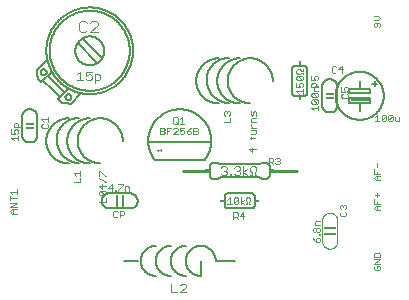
<source format=gto>
G75*
%MOIN*%
%OFA0B0*%
%FSLAX25Y25*%
%IPPOS*%
%LPD*%
%AMOC8*
5,1,8,0,0,1.08239X$1,22.5*
%
%ADD10C,0.00200*%
%ADD11C,0.00500*%
%ADD12R,0.03000X0.00750*%
%ADD13C,0.00300*%
%ADD14R,0.04000X0.01000*%
%ADD15C,0.00600*%
%ADD16R,0.06400X0.01000*%
%ADD17R,0.01000X0.04000*%
%ADD18C,0.00100*%
%ADD19R,0.01500X0.01250*%
%ADD20C,0.00875*%
%ADD21R,0.01500X0.01000*%
%ADD22R,0.01000X0.01500*%
D10*
X0005682Y0028447D02*
X0004948Y0029181D01*
X0005682Y0029915D01*
X0007150Y0029915D01*
X0007150Y0030657D02*
X0004948Y0030657D01*
X0007150Y0032125D01*
X0004948Y0032125D01*
X0004948Y0032867D02*
X0004948Y0034335D01*
X0004948Y0033601D02*
X0007150Y0033601D01*
X0007150Y0035077D02*
X0007150Y0036544D01*
X0007150Y0035810D02*
X0004948Y0035810D01*
X0005682Y0035077D01*
X0006049Y0029915D02*
X0006049Y0028447D01*
X0005682Y0028447D02*
X0007150Y0028447D01*
X0026198Y0038947D02*
X0028400Y0038947D01*
X0028400Y0040415D01*
X0028400Y0041157D02*
X0028400Y0042625D01*
X0028400Y0041891D02*
X0026198Y0041891D01*
X0026932Y0041157D01*
X0034598Y0041157D02*
X0034598Y0042625D01*
X0034965Y0042625D01*
X0036433Y0041157D01*
X0036800Y0041157D01*
X0036800Y0038947D02*
X0034598Y0040415D01*
X0035699Y0038205D02*
X0035699Y0036737D01*
X0034598Y0037838D01*
X0036800Y0037838D01*
X0037733Y0037168D02*
X0039201Y0037168D01*
X0039943Y0036434D02*
X0040310Y0036434D01*
X0040310Y0036067D01*
X0039943Y0036067D01*
X0039943Y0036434D01*
X0041048Y0036434D02*
X0041048Y0036067D01*
X0041048Y0036434D02*
X0042515Y0037902D01*
X0042515Y0038269D01*
X0041048Y0038269D01*
X0038834Y0038269D02*
X0037733Y0037168D01*
X0038834Y0036067D02*
X0038834Y0038269D01*
X0036433Y0035995D02*
X0036800Y0035628D01*
X0036800Y0034894D01*
X0036433Y0034527D01*
X0034965Y0035995D01*
X0036433Y0035995D01*
X0034965Y0035995D02*
X0034598Y0035628D01*
X0034598Y0034894D01*
X0034965Y0034527D01*
X0036433Y0034527D01*
X0036800Y0033785D02*
X0036800Y0032317D01*
X0034598Y0032317D01*
X0039390Y0029102D02*
X0039390Y0027634D01*
X0039757Y0027267D01*
X0040491Y0027267D01*
X0040858Y0027634D01*
X0041600Y0028001D02*
X0042701Y0028001D01*
X0043068Y0028368D01*
X0043068Y0029102D01*
X0042701Y0029469D01*
X0041600Y0029469D01*
X0041600Y0027267D01*
X0040858Y0029102D02*
X0040491Y0029469D01*
X0039757Y0029469D01*
X0039390Y0029102D01*
X0043257Y0036067D02*
X0043257Y0037535D01*
X0044358Y0037535D01*
X0044725Y0037168D01*
X0044725Y0036067D01*
X0054970Y0054917D02*
X0056071Y0054917D01*
X0056438Y0055284D01*
X0056438Y0055651D01*
X0056071Y0056018D01*
X0054970Y0056018D01*
X0054970Y0054917D02*
X0054970Y0057119D01*
X0056071Y0057119D01*
X0056438Y0056752D01*
X0056438Y0056385D01*
X0056071Y0056018D01*
X0057180Y0056018D02*
X0057914Y0056018D01*
X0057180Y0054917D02*
X0057180Y0057119D01*
X0058648Y0057119D01*
X0059390Y0056752D02*
X0059757Y0057119D01*
X0060491Y0057119D01*
X0060858Y0056752D01*
X0060858Y0056385D01*
X0059390Y0054917D01*
X0060858Y0054917D01*
X0061600Y0055284D02*
X0061967Y0054917D01*
X0062701Y0054917D01*
X0063068Y0055284D01*
X0063068Y0056018D01*
X0062701Y0056385D01*
X0062334Y0056385D01*
X0061600Y0056018D01*
X0061600Y0057119D01*
X0063068Y0057119D01*
X0063810Y0056018D02*
X0064911Y0056018D01*
X0065278Y0055651D01*
X0065278Y0055284D01*
X0064911Y0054917D01*
X0064177Y0054917D01*
X0063810Y0055284D01*
X0063810Y0056018D01*
X0064544Y0056752D01*
X0065278Y0057119D01*
X0066020Y0057119D02*
X0067121Y0057119D01*
X0067488Y0056752D01*
X0067488Y0056385D01*
X0067121Y0056018D01*
X0066020Y0056018D01*
X0066020Y0054917D02*
X0066020Y0057119D01*
X0067121Y0056018D02*
X0067488Y0055651D01*
X0067488Y0055284D01*
X0067121Y0054917D01*
X0066020Y0054917D01*
X0063068Y0058417D02*
X0061600Y0058417D01*
X0062334Y0058417D02*
X0062334Y0060619D01*
X0061600Y0059885D01*
X0060858Y0060252D02*
X0060858Y0058784D01*
X0060491Y0058417D01*
X0059757Y0058417D01*
X0059390Y0058784D01*
X0059390Y0060252D01*
X0059757Y0060619D01*
X0060491Y0060619D01*
X0060858Y0060252D01*
X0060124Y0059151D02*
X0060858Y0058417D01*
X0076198Y0058947D02*
X0078400Y0058947D01*
X0078400Y0060415D01*
X0078033Y0061157D02*
X0078400Y0061524D01*
X0078400Y0062258D01*
X0078033Y0062625D01*
X0077666Y0062625D01*
X0077299Y0062258D01*
X0077299Y0061891D01*
X0077299Y0062258D02*
X0076932Y0062625D01*
X0076565Y0062625D01*
X0076198Y0062258D01*
X0076198Y0061524D01*
X0076565Y0061157D01*
X0085332Y0061524D02*
X0085699Y0061157D01*
X0086066Y0061524D01*
X0086066Y0062258D01*
X0086433Y0062625D01*
X0086800Y0062258D01*
X0086800Y0061157D01*
X0086800Y0060415D02*
X0085699Y0060415D01*
X0085332Y0060048D01*
X0085332Y0058947D01*
X0086800Y0058947D01*
X0085332Y0058206D02*
X0085332Y0057839D01*
X0086066Y0057105D01*
X0086800Y0057105D02*
X0085332Y0057105D01*
X0085332Y0056363D02*
X0086800Y0056363D01*
X0086800Y0055262D01*
X0086433Y0054895D01*
X0085332Y0054895D01*
X0085332Y0054156D02*
X0085332Y0053422D01*
X0084965Y0053789D02*
X0086433Y0053789D01*
X0086800Y0054156D01*
X0085699Y0050470D02*
X0085699Y0049002D01*
X0084598Y0050103D01*
X0086800Y0050103D01*
X0091131Y0047069D02*
X0092232Y0047069D01*
X0092599Y0046702D01*
X0092599Y0045968D01*
X0092232Y0045601D01*
X0091131Y0045601D01*
X0091865Y0045601D02*
X0092599Y0044867D01*
X0093341Y0045234D02*
X0093708Y0044867D01*
X0094442Y0044867D01*
X0094809Y0045234D01*
X0094809Y0045601D01*
X0094442Y0045968D01*
X0094075Y0045968D01*
X0094442Y0045968D02*
X0094809Y0046335D01*
X0094809Y0046702D01*
X0094442Y0047069D01*
X0093708Y0047069D01*
X0093341Y0046702D01*
X0091131Y0047069D02*
X0091131Y0044867D01*
X0084727Y0033869D02*
X0085094Y0033502D01*
X0085094Y0032768D01*
X0084727Y0032401D01*
X0084727Y0031667D01*
X0085094Y0031667D01*
X0083993Y0031667D02*
X0083993Y0032401D01*
X0083626Y0032768D01*
X0083626Y0033502D01*
X0083993Y0033869D01*
X0084727Y0033869D01*
X0082885Y0033135D02*
X0081784Y0032401D01*
X0082885Y0031667D01*
X0083626Y0031667D02*
X0083993Y0031667D01*
X0081784Y0031667D02*
X0081784Y0033869D01*
X0081042Y0033502D02*
X0079574Y0032034D01*
X0079941Y0031667D01*
X0080675Y0031667D01*
X0081042Y0032034D01*
X0081042Y0033502D01*
X0080675Y0033869D01*
X0079941Y0033869D01*
X0079574Y0033502D01*
X0079574Y0032034D01*
X0078832Y0031667D02*
X0077364Y0031667D01*
X0078098Y0031667D02*
X0078098Y0033869D01*
X0077364Y0033135D01*
X0079390Y0028869D02*
X0080491Y0028869D01*
X0080858Y0028502D01*
X0080858Y0027768D01*
X0080491Y0027401D01*
X0079390Y0027401D01*
X0080124Y0027401D02*
X0080858Y0026667D01*
X0081600Y0027768D02*
X0083068Y0027768D01*
X0082701Y0026667D02*
X0082701Y0028869D01*
X0081600Y0027768D01*
X0079390Y0026667D02*
X0079390Y0028869D01*
X0105948Y0023415D02*
X0105948Y0022681D01*
X0106315Y0022314D01*
X0106682Y0022314D01*
X0107049Y0022681D01*
X0107049Y0023415D01*
X0107416Y0023782D01*
X0107783Y0023782D01*
X0108150Y0023415D01*
X0108150Y0022681D01*
X0107783Y0022314D01*
X0107416Y0022314D01*
X0107049Y0022681D01*
X0107049Y0023415D02*
X0106682Y0023782D01*
X0106315Y0023782D01*
X0105948Y0023415D01*
X0106682Y0024524D02*
X0106682Y0025625D01*
X0107049Y0025992D01*
X0108150Y0025992D01*
X0108150Y0024524D02*
X0106682Y0024524D01*
X0107783Y0021576D02*
X0108150Y0021576D01*
X0108150Y0021209D01*
X0107783Y0021209D01*
X0107783Y0021576D01*
X0107783Y0020467D02*
X0107416Y0020467D01*
X0107049Y0020100D01*
X0107049Y0018999D01*
X0107783Y0018999D01*
X0108150Y0019366D01*
X0108150Y0020100D01*
X0107783Y0020467D01*
X0106315Y0019733D02*
X0107049Y0018999D01*
X0106315Y0019733D02*
X0105948Y0020467D01*
X0114848Y0028024D02*
X0115215Y0027657D01*
X0116683Y0027657D01*
X0117050Y0028024D01*
X0117050Y0028758D01*
X0116683Y0029125D01*
X0116683Y0029867D02*
X0117050Y0030234D01*
X0117050Y0030968D01*
X0116683Y0031335D01*
X0116316Y0031335D01*
X0115949Y0030968D01*
X0115949Y0030601D01*
X0115949Y0030968D02*
X0115582Y0031335D01*
X0115215Y0031335D01*
X0114848Y0030968D01*
X0114848Y0030234D01*
X0115215Y0029867D01*
X0115215Y0029125D02*
X0114848Y0028758D01*
X0114848Y0028024D01*
X0126098Y0030286D02*
X0126832Y0031020D01*
X0128300Y0031020D01*
X0128300Y0031762D02*
X0126098Y0031762D01*
X0126098Y0033230D01*
X0127199Y0032496D02*
X0127199Y0031762D01*
X0127199Y0031020D02*
X0127199Y0029552D01*
X0126832Y0029552D02*
X0126098Y0030286D01*
X0126832Y0029552D02*
X0128300Y0029552D01*
X0127199Y0033972D02*
X0127199Y0035440D01*
X0126465Y0034706D02*
X0127933Y0034706D01*
X0128300Y0039552D02*
X0126832Y0039552D01*
X0126098Y0040286D01*
X0126832Y0041020D01*
X0128300Y0041020D01*
X0128300Y0041762D02*
X0126098Y0041762D01*
X0126098Y0043230D01*
X0127199Y0042496D02*
X0127199Y0041762D01*
X0127199Y0041020D02*
X0127199Y0039552D01*
X0127199Y0043972D02*
X0127199Y0045440D01*
X0127334Y0059217D02*
X0127334Y0061419D01*
X0126600Y0060685D01*
X0128810Y0061052D02*
X0128810Y0059584D01*
X0130278Y0061052D01*
X0130278Y0059584D01*
X0129911Y0059217D01*
X0129177Y0059217D01*
X0128810Y0059584D01*
X0128068Y0059217D02*
X0126600Y0059217D01*
X0128810Y0061052D02*
X0129177Y0061419D01*
X0129911Y0061419D01*
X0130278Y0061052D01*
X0131020Y0061052D02*
X0131020Y0059584D01*
X0132488Y0061052D01*
X0132488Y0059584D01*
X0132121Y0059217D01*
X0131387Y0059217D01*
X0131020Y0059584D01*
X0131020Y0061052D02*
X0131387Y0061419D01*
X0132121Y0061419D01*
X0132488Y0061052D01*
X0133230Y0060685D02*
X0133230Y0059584D01*
X0133597Y0059217D01*
X0134698Y0059217D01*
X0134698Y0060685D01*
X0117600Y0067314D02*
X0117600Y0068048D01*
X0117233Y0068415D01*
X0117233Y0069157D02*
X0117600Y0069524D01*
X0117600Y0070258D01*
X0117233Y0070625D01*
X0116499Y0070625D01*
X0116132Y0070258D01*
X0116132Y0069891D01*
X0116499Y0069157D01*
X0115398Y0069157D01*
X0115398Y0070625D01*
X0115765Y0068415D02*
X0115398Y0068048D01*
X0115398Y0067314D01*
X0115765Y0066947D01*
X0117233Y0066947D01*
X0117600Y0067314D01*
X0107600Y0067653D02*
X0107233Y0067286D01*
X0105765Y0068754D01*
X0107233Y0068754D01*
X0107600Y0068387D01*
X0107600Y0067653D01*
X0107233Y0067286D02*
X0105765Y0067286D01*
X0105398Y0067653D01*
X0105398Y0068387D01*
X0105765Y0068754D01*
X0106132Y0069496D02*
X0106132Y0070597D01*
X0106499Y0070964D01*
X0107600Y0070964D01*
X0107600Y0070657D02*
X0105398Y0070657D01*
X0105398Y0071758D01*
X0105765Y0072125D01*
X0106499Y0072125D01*
X0106866Y0071758D01*
X0106866Y0070657D01*
X0106866Y0071391D02*
X0107600Y0072125D01*
X0107233Y0072867D02*
X0107600Y0073234D01*
X0107600Y0073968D01*
X0107233Y0074335D01*
X0106499Y0074335D01*
X0106132Y0073968D01*
X0106132Y0073601D01*
X0106499Y0072867D01*
X0105398Y0072867D01*
X0105398Y0074335D01*
X0102600Y0073968D02*
X0102600Y0073234D01*
X0102233Y0072867D01*
X0100765Y0074335D01*
X0102233Y0074335D01*
X0102600Y0073968D01*
X0102233Y0072867D02*
X0100765Y0072867D01*
X0100398Y0073234D01*
X0100398Y0073968D01*
X0100765Y0074335D01*
X0100765Y0075077D02*
X0100398Y0075443D01*
X0100398Y0076177D01*
X0100765Y0076544D01*
X0101499Y0076544D01*
X0101866Y0076177D01*
X0102600Y0076177D01*
X0102600Y0076544D01*
X0102600Y0075443D02*
X0101866Y0075443D01*
X0101499Y0075077D01*
X0100765Y0075077D01*
X0102600Y0075077D02*
X0102600Y0075443D01*
X0102233Y0072125D02*
X0102600Y0071758D01*
X0102600Y0071024D01*
X0102233Y0070657D01*
X0101499Y0070657D02*
X0101132Y0071391D01*
X0101132Y0071758D01*
X0101499Y0072125D01*
X0102233Y0072125D01*
X0100398Y0072125D02*
X0100398Y0070657D01*
X0101499Y0070657D01*
X0102600Y0069915D02*
X0102600Y0068447D01*
X0102600Y0069181D02*
X0100398Y0069181D01*
X0101132Y0068447D01*
X0105398Y0066177D02*
X0105398Y0065444D01*
X0105765Y0065077D01*
X0107233Y0065077D01*
X0105765Y0066544D01*
X0107233Y0066544D01*
X0107600Y0066177D01*
X0107600Y0065444D01*
X0107233Y0065077D01*
X0107600Y0064335D02*
X0107600Y0062867D01*
X0107600Y0063601D02*
X0105398Y0063601D01*
X0106132Y0062867D01*
X0105398Y0066177D02*
X0105765Y0066544D01*
X0106132Y0069496D02*
X0107600Y0069496D01*
X0112547Y0075467D02*
X0112180Y0075834D01*
X0112180Y0077302D01*
X0112547Y0077669D01*
X0113281Y0077669D01*
X0113648Y0077302D01*
X0114390Y0076568D02*
X0115858Y0076568D01*
X0115491Y0075467D02*
X0115491Y0077669D01*
X0114390Y0076568D01*
X0113648Y0075834D02*
X0113281Y0075467D01*
X0112547Y0075467D01*
X0126465Y0090657D02*
X0126832Y0090657D01*
X0127199Y0091024D01*
X0127199Y0092125D01*
X0126465Y0092125D02*
X0126098Y0091758D01*
X0126098Y0091024D01*
X0126465Y0090657D01*
X0127933Y0090657D02*
X0128300Y0091024D01*
X0128300Y0091758D01*
X0127933Y0092125D01*
X0126465Y0092125D01*
X0126098Y0092867D02*
X0127566Y0092867D01*
X0128300Y0093601D01*
X0127566Y0094335D01*
X0126098Y0094335D01*
X0085332Y0062625D02*
X0085332Y0061524D01*
X0126465Y0015440D02*
X0126098Y0015073D01*
X0126098Y0013972D01*
X0128300Y0013972D01*
X0128300Y0015073D01*
X0127933Y0015440D01*
X0126465Y0015440D01*
X0126098Y0013230D02*
X0128300Y0013230D01*
X0126098Y0011762D01*
X0128300Y0011762D01*
X0127933Y0011020D02*
X0127199Y0011020D01*
X0127199Y0010286D01*
X0126465Y0011020D02*
X0126098Y0010653D01*
X0126098Y0009919D01*
X0126465Y0009552D01*
X0127933Y0009552D01*
X0128300Y0009919D01*
X0128300Y0010653D01*
X0127933Y0011020D01*
X0017600Y0057314D02*
X0017600Y0058048D01*
X0017233Y0058415D01*
X0017600Y0059157D02*
X0017600Y0060625D01*
X0017600Y0059891D02*
X0015398Y0059891D01*
X0016132Y0059157D01*
X0015765Y0058415D02*
X0015398Y0058048D01*
X0015398Y0057314D01*
X0015765Y0056947D01*
X0017233Y0056947D01*
X0017600Y0057314D01*
X0008334Y0057286D02*
X0006132Y0057286D01*
X0006132Y0058387D01*
X0006499Y0058754D01*
X0007233Y0058754D01*
X0007600Y0058387D01*
X0007600Y0057286D01*
X0007233Y0056544D02*
X0007600Y0056177D01*
X0007600Y0055444D01*
X0007233Y0055077D01*
X0006499Y0055077D02*
X0006132Y0055810D01*
X0006132Y0056177D01*
X0006499Y0056544D01*
X0007233Y0056544D01*
X0006499Y0055077D02*
X0005398Y0055077D01*
X0005398Y0056544D01*
X0007600Y0054335D02*
X0007600Y0052867D01*
X0007600Y0053601D02*
X0005398Y0053601D01*
X0006132Y0052867D01*
D11*
X0009000Y0054267D02*
X0009000Y0061267D01*
X0009012Y0061360D01*
X0009028Y0061452D01*
X0009048Y0061543D01*
X0009072Y0061634D01*
X0009099Y0061723D01*
X0009130Y0061812D01*
X0009165Y0061899D01*
X0009203Y0061984D01*
X0009245Y0062068D01*
X0009290Y0062150D01*
X0009338Y0062230D01*
X0009390Y0062308D01*
X0009445Y0062384D01*
X0009503Y0062457D01*
X0009564Y0062528D01*
X0009628Y0062596D01*
X0009695Y0062662D01*
X0009764Y0062725D01*
X0009836Y0062785D01*
X0009910Y0062842D01*
X0009987Y0062896D01*
X0010065Y0062946D01*
X0010146Y0062994D01*
X0010229Y0063037D01*
X0010313Y0063078D01*
X0010399Y0063115D01*
X0010486Y0063148D01*
X0010575Y0063178D01*
X0010665Y0063204D01*
X0010756Y0063226D01*
X0010848Y0063245D01*
X0010940Y0063260D01*
X0011033Y0063271D01*
X0011126Y0063278D01*
X0011220Y0063281D01*
X0011313Y0063280D01*
X0011407Y0063276D01*
X0011500Y0063267D01*
X0011593Y0063276D01*
X0011687Y0063280D01*
X0011780Y0063281D01*
X0011874Y0063278D01*
X0011967Y0063271D01*
X0012060Y0063260D01*
X0012152Y0063245D01*
X0012244Y0063226D01*
X0012335Y0063204D01*
X0012425Y0063178D01*
X0012514Y0063148D01*
X0012601Y0063115D01*
X0012687Y0063078D01*
X0012771Y0063037D01*
X0012854Y0062994D01*
X0012935Y0062946D01*
X0013013Y0062896D01*
X0013090Y0062842D01*
X0013164Y0062785D01*
X0013236Y0062725D01*
X0013305Y0062662D01*
X0013372Y0062596D01*
X0013436Y0062528D01*
X0013497Y0062457D01*
X0013555Y0062384D01*
X0013610Y0062308D01*
X0013662Y0062230D01*
X0013710Y0062150D01*
X0013755Y0062068D01*
X0013797Y0061984D01*
X0013835Y0061899D01*
X0013870Y0061812D01*
X0013901Y0061723D01*
X0013928Y0061634D01*
X0013952Y0061543D01*
X0013972Y0061452D01*
X0013988Y0061360D01*
X0014000Y0061267D01*
X0014000Y0054267D01*
X0013988Y0054174D01*
X0013972Y0054082D01*
X0013952Y0053991D01*
X0013928Y0053900D01*
X0013901Y0053811D01*
X0013870Y0053722D01*
X0013835Y0053635D01*
X0013797Y0053550D01*
X0013755Y0053466D01*
X0013710Y0053384D01*
X0013662Y0053304D01*
X0013610Y0053226D01*
X0013555Y0053150D01*
X0013497Y0053077D01*
X0013436Y0053006D01*
X0013372Y0052938D01*
X0013305Y0052872D01*
X0013236Y0052809D01*
X0013164Y0052749D01*
X0013090Y0052692D01*
X0013013Y0052638D01*
X0012935Y0052588D01*
X0012854Y0052540D01*
X0012771Y0052497D01*
X0012687Y0052456D01*
X0012601Y0052419D01*
X0012514Y0052386D01*
X0012425Y0052356D01*
X0012335Y0052330D01*
X0012244Y0052308D01*
X0012152Y0052289D01*
X0012060Y0052274D01*
X0011967Y0052263D01*
X0011874Y0052256D01*
X0011780Y0052253D01*
X0011687Y0052254D01*
X0011593Y0052258D01*
X0011500Y0052267D01*
X0011407Y0052258D01*
X0011313Y0052254D01*
X0011220Y0052253D01*
X0011126Y0052256D01*
X0011033Y0052263D01*
X0010940Y0052274D01*
X0010848Y0052289D01*
X0010756Y0052308D01*
X0010665Y0052330D01*
X0010575Y0052356D01*
X0010486Y0052386D01*
X0010399Y0052419D01*
X0010313Y0052456D01*
X0010229Y0052497D01*
X0010146Y0052540D01*
X0010065Y0052588D01*
X0009987Y0052638D01*
X0009910Y0052692D01*
X0009836Y0052749D01*
X0009764Y0052809D01*
X0009695Y0052872D01*
X0009628Y0052938D01*
X0009564Y0053006D01*
X0009503Y0053077D01*
X0009445Y0053150D01*
X0009390Y0053226D01*
X0009338Y0053304D01*
X0009290Y0053384D01*
X0009245Y0053466D01*
X0009203Y0053550D01*
X0009165Y0053635D01*
X0009130Y0053722D01*
X0009099Y0053811D01*
X0009072Y0053900D01*
X0009048Y0053991D01*
X0009028Y0054082D01*
X0009012Y0054174D01*
X0009000Y0054267D01*
X0020937Y0066681D02*
X0022221Y0065397D01*
X0023697Y0065284D01*
X0025174Y0065172D01*
X0028542Y0068540D01*
X0023418Y0067407D02*
X0023420Y0067470D01*
X0023426Y0067532D01*
X0023436Y0067594D01*
X0023449Y0067656D01*
X0023467Y0067716D01*
X0023488Y0067775D01*
X0023513Y0067833D01*
X0023542Y0067889D01*
X0023574Y0067943D01*
X0023609Y0067995D01*
X0023647Y0068044D01*
X0023689Y0068092D01*
X0023733Y0068136D01*
X0023781Y0068178D01*
X0023830Y0068216D01*
X0023882Y0068251D01*
X0023936Y0068283D01*
X0023992Y0068312D01*
X0024050Y0068337D01*
X0024109Y0068358D01*
X0024169Y0068376D01*
X0024231Y0068389D01*
X0024293Y0068399D01*
X0024355Y0068405D01*
X0024418Y0068407D01*
X0024481Y0068405D01*
X0024543Y0068399D01*
X0024605Y0068389D01*
X0024667Y0068376D01*
X0024727Y0068358D01*
X0024786Y0068337D01*
X0024844Y0068312D01*
X0024900Y0068283D01*
X0024954Y0068251D01*
X0025006Y0068216D01*
X0025055Y0068178D01*
X0025103Y0068136D01*
X0025147Y0068092D01*
X0025189Y0068044D01*
X0025227Y0067995D01*
X0025262Y0067943D01*
X0025294Y0067889D01*
X0025323Y0067833D01*
X0025348Y0067775D01*
X0025369Y0067716D01*
X0025387Y0067656D01*
X0025400Y0067594D01*
X0025410Y0067532D01*
X0025416Y0067470D01*
X0025418Y0067407D01*
X0025416Y0067344D01*
X0025410Y0067282D01*
X0025400Y0067220D01*
X0025387Y0067158D01*
X0025369Y0067098D01*
X0025348Y0067039D01*
X0025323Y0066981D01*
X0025294Y0066925D01*
X0025262Y0066871D01*
X0025227Y0066819D01*
X0025189Y0066770D01*
X0025147Y0066722D01*
X0025103Y0066678D01*
X0025055Y0066636D01*
X0025006Y0066598D01*
X0024954Y0066563D01*
X0024900Y0066531D01*
X0024844Y0066502D01*
X0024786Y0066477D01*
X0024727Y0066456D01*
X0024667Y0066438D01*
X0024605Y0066425D01*
X0024543Y0066415D01*
X0024481Y0066409D01*
X0024418Y0066407D01*
X0024355Y0066409D01*
X0024293Y0066415D01*
X0024231Y0066425D01*
X0024169Y0066438D01*
X0024109Y0066456D01*
X0024050Y0066477D01*
X0023992Y0066502D01*
X0023936Y0066531D01*
X0023882Y0066563D01*
X0023830Y0066598D01*
X0023781Y0066636D01*
X0023733Y0066678D01*
X0023689Y0066722D01*
X0023647Y0066770D01*
X0023609Y0066819D01*
X0023574Y0066871D01*
X0023542Y0066925D01*
X0023513Y0066981D01*
X0023488Y0067039D01*
X0023467Y0067098D01*
X0023449Y0067158D01*
X0023436Y0067220D01*
X0023426Y0067282D01*
X0023420Y0067344D01*
X0023418Y0067407D01*
X0023039Y0068917D02*
X0017632Y0074324D01*
X0018775Y0075537D02*
X0015428Y0072190D01*
X0014145Y0073474D01*
X0014038Y0074944D01*
X0013931Y0076415D01*
X0017140Y0079624D01*
X0015220Y0075660D02*
X0015222Y0075723D01*
X0015228Y0075785D01*
X0015238Y0075847D01*
X0015251Y0075909D01*
X0015269Y0075969D01*
X0015290Y0076028D01*
X0015315Y0076086D01*
X0015344Y0076142D01*
X0015376Y0076196D01*
X0015411Y0076248D01*
X0015449Y0076297D01*
X0015491Y0076345D01*
X0015535Y0076389D01*
X0015583Y0076431D01*
X0015632Y0076469D01*
X0015684Y0076504D01*
X0015738Y0076536D01*
X0015794Y0076565D01*
X0015852Y0076590D01*
X0015911Y0076611D01*
X0015971Y0076629D01*
X0016033Y0076642D01*
X0016095Y0076652D01*
X0016157Y0076658D01*
X0016220Y0076660D01*
X0016283Y0076658D01*
X0016345Y0076652D01*
X0016407Y0076642D01*
X0016469Y0076629D01*
X0016529Y0076611D01*
X0016588Y0076590D01*
X0016646Y0076565D01*
X0016702Y0076536D01*
X0016756Y0076504D01*
X0016808Y0076469D01*
X0016857Y0076431D01*
X0016905Y0076389D01*
X0016949Y0076345D01*
X0016991Y0076297D01*
X0017029Y0076248D01*
X0017064Y0076196D01*
X0017096Y0076142D01*
X0017125Y0076086D01*
X0017150Y0076028D01*
X0017171Y0075969D01*
X0017189Y0075909D01*
X0017202Y0075847D01*
X0017212Y0075785D01*
X0017218Y0075723D01*
X0017220Y0075660D01*
X0017218Y0075597D01*
X0017212Y0075535D01*
X0017202Y0075473D01*
X0017189Y0075411D01*
X0017171Y0075351D01*
X0017150Y0075292D01*
X0017125Y0075234D01*
X0017096Y0075178D01*
X0017064Y0075124D01*
X0017029Y0075072D01*
X0016991Y0075023D01*
X0016949Y0074975D01*
X0016905Y0074931D01*
X0016857Y0074889D01*
X0016808Y0074851D01*
X0016756Y0074816D01*
X0016702Y0074784D01*
X0016646Y0074755D01*
X0016588Y0074730D01*
X0016529Y0074709D01*
X0016469Y0074691D01*
X0016407Y0074678D01*
X0016345Y0074668D01*
X0016283Y0074662D01*
X0016220Y0074660D01*
X0016157Y0074662D01*
X0016095Y0074668D01*
X0016033Y0074678D01*
X0015971Y0074691D01*
X0015911Y0074709D01*
X0015852Y0074730D01*
X0015794Y0074755D01*
X0015738Y0074784D01*
X0015684Y0074816D01*
X0015632Y0074851D01*
X0015583Y0074889D01*
X0015535Y0074931D01*
X0015491Y0074975D01*
X0015449Y0075023D01*
X0015411Y0075072D01*
X0015376Y0075124D01*
X0015344Y0075178D01*
X0015315Y0075234D01*
X0015290Y0075292D01*
X0015269Y0075351D01*
X0015251Y0075411D01*
X0015238Y0075473D01*
X0015228Y0075535D01*
X0015222Y0075597D01*
X0015220Y0075660D01*
X0016011Y0072826D02*
X0018792Y0070046D01*
X0018792Y0070045D02*
X0021323Y0067514D01*
X0020937Y0066681D02*
X0024284Y0070027D01*
X0033997Y0078758D02*
X0027488Y0085266D01*
X0029093Y0086870D02*
X0035601Y0080362D01*
X0018165Y0082767D02*
X0018169Y0083094D01*
X0018181Y0083421D01*
X0018201Y0083748D01*
X0018229Y0084074D01*
X0018265Y0084399D01*
X0018309Y0084724D01*
X0018361Y0085047D01*
X0018421Y0085369D01*
X0018489Y0085689D01*
X0018565Y0086007D01*
X0018648Y0086324D01*
X0018739Y0086638D01*
X0018838Y0086950D01*
X0018945Y0087259D01*
X0019059Y0087566D01*
X0019180Y0087870D01*
X0019309Y0088171D01*
X0019445Y0088468D01*
X0019589Y0088763D01*
X0019740Y0089053D01*
X0019897Y0089340D01*
X0020062Y0089623D01*
X0020234Y0089901D01*
X0020412Y0090176D01*
X0020598Y0090445D01*
X0020789Y0090711D01*
X0020987Y0090971D01*
X0021192Y0091227D01*
X0021403Y0091477D01*
X0021619Y0091722D01*
X0021842Y0091962D01*
X0022071Y0092196D01*
X0022305Y0092425D01*
X0022545Y0092648D01*
X0022790Y0092864D01*
X0023040Y0093075D01*
X0023296Y0093280D01*
X0023556Y0093478D01*
X0023822Y0093669D01*
X0024091Y0093855D01*
X0024366Y0094033D01*
X0024644Y0094205D01*
X0024927Y0094370D01*
X0025214Y0094527D01*
X0025504Y0094678D01*
X0025799Y0094822D01*
X0026096Y0094958D01*
X0026397Y0095087D01*
X0026701Y0095208D01*
X0027008Y0095322D01*
X0027317Y0095429D01*
X0027629Y0095528D01*
X0027943Y0095619D01*
X0028260Y0095702D01*
X0028578Y0095778D01*
X0028898Y0095846D01*
X0029220Y0095906D01*
X0029543Y0095958D01*
X0029868Y0096002D01*
X0030193Y0096038D01*
X0030519Y0096066D01*
X0030846Y0096086D01*
X0031173Y0096098D01*
X0031500Y0096102D01*
X0031827Y0096098D01*
X0032154Y0096086D01*
X0032481Y0096066D01*
X0032807Y0096038D01*
X0033132Y0096002D01*
X0033457Y0095958D01*
X0033780Y0095906D01*
X0034102Y0095846D01*
X0034422Y0095778D01*
X0034740Y0095702D01*
X0035057Y0095619D01*
X0035371Y0095528D01*
X0035683Y0095429D01*
X0035992Y0095322D01*
X0036299Y0095208D01*
X0036603Y0095087D01*
X0036904Y0094958D01*
X0037201Y0094822D01*
X0037496Y0094678D01*
X0037786Y0094527D01*
X0038073Y0094370D01*
X0038356Y0094205D01*
X0038634Y0094033D01*
X0038909Y0093855D01*
X0039178Y0093669D01*
X0039444Y0093478D01*
X0039704Y0093280D01*
X0039960Y0093075D01*
X0040210Y0092864D01*
X0040455Y0092648D01*
X0040695Y0092425D01*
X0040929Y0092196D01*
X0041158Y0091962D01*
X0041381Y0091722D01*
X0041597Y0091477D01*
X0041808Y0091227D01*
X0042013Y0090971D01*
X0042211Y0090711D01*
X0042402Y0090445D01*
X0042588Y0090176D01*
X0042766Y0089901D01*
X0042938Y0089623D01*
X0043103Y0089340D01*
X0043260Y0089053D01*
X0043411Y0088763D01*
X0043555Y0088468D01*
X0043691Y0088171D01*
X0043820Y0087870D01*
X0043941Y0087566D01*
X0044055Y0087259D01*
X0044162Y0086950D01*
X0044261Y0086638D01*
X0044352Y0086324D01*
X0044435Y0086007D01*
X0044511Y0085689D01*
X0044579Y0085369D01*
X0044639Y0085047D01*
X0044691Y0084724D01*
X0044735Y0084399D01*
X0044771Y0084074D01*
X0044799Y0083748D01*
X0044819Y0083421D01*
X0044831Y0083094D01*
X0044835Y0082767D01*
X0044831Y0082440D01*
X0044819Y0082113D01*
X0044799Y0081786D01*
X0044771Y0081460D01*
X0044735Y0081135D01*
X0044691Y0080810D01*
X0044639Y0080487D01*
X0044579Y0080165D01*
X0044511Y0079845D01*
X0044435Y0079527D01*
X0044352Y0079210D01*
X0044261Y0078896D01*
X0044162Y0078584D01*
X0044055Y0078275D01*
X0043941Y0077968D01*
X0043820Y0077664D01*
X0043691Y0077363D01*
X0043555Y0077066D01*
X0043411Y0076771D01*
X0043260Y0076481D01*
X0043103Y0076194D01*
X0042938Y0075911D01*
X0042766Y0075633D01*
X0042588Y0075358D01*
X0042402Y0075089D01*
X0042211Y0074823D01*
X0042013Y0074563D01*
X0041808Y0074307D01*
X0041597Y0074057D01*
X0041381Y0073812D01*
X0041158Y0073572D01*
X0040929Y0073338D01*
X0040695Y0073109D01*
X0040455Y0072886D01*
X0040210Y0072670D01*
X0039960Y0072459D01*
X0039704Y0072254D01*
X0039444Y0072056D01*
X0039178Y0071865D01*
X0038909Y0071679D01*
X0038634Y0071501D01*
X0038356Y0071329D01*
X0038073Y0071164D01*
X0037786Y0071007D01*
X0037496Y0070856D01*
X0037201Y0070712D01*
X0036904Y0070576D01*
X0036603Y0070447D01*
X0036299Y0070326D01*
X0035992Y0070212D01*
X0035683Y0070105D01*
X0035371Y0070006D01*
X0035057Y0069915D01*
X0034740Y0069832D01*
X0034422Y0069756D01*
X0034102Y0069688D01*
X0033780Y0069628D01*
X0033457Y0069576D01*
X0033132Y0069532D01*
X0032807Y0069496D01*
X0032481Y0069468D01*
X0032154Y0069448D01*
X0031827Y0069436D01*
X0031500Y0069432D01*
X0031173Y0069436D01*
X0030846Y0069448D01*
X0030519Y0069468D01*
X0030193Y0069496D01*
X0029868Y0069532D01*
X0029543Y0069576D01*
X0029220Y0069628D01*
X0028898Y0069688D01*
X0028578Y0069756D01*
X0028260Y0069832D01*
X0027943Y0069915D01*
X0027629Y0070006D01*
X0027317Y0070105D01*
X0027008Y0070212D01*
X0026701Y0070326D01*
X0026397Y0070447D01*
X0026096Y0070576D01*
X0025799Y0070712D01*
X0025504Y0070856D01*
X0025214Y0071007D01*
X0024927Y0071164D01*
X0024644Y0071329D01*
X0024366Y0071501D01*
X0024091Y0071679D01*
X0023822Y0071865D01*
X0023556Y0072056D01*
X0023296Y0072254D01*
X0023040Y0072459D01*
X0022790Y0072670D01*
X0022545Y0072886D01*
X0022305Y0073109D01*
X0022071Y0073338D01*
X0021842Y0073572D01*
X0021619Y0073812D01*
X0021403Y0074057D01*
X0021192Y0074307D01*
X0020987Y0074563D01*
X0020789Y0074823D01*
X0020598Y0075089D01*
X0020412Y0075358D01*
X0020234Y0075633D01*
X0020062Y0075911D01*
X0019897Y0076194D01*
X0019740Y0076481D01*
X0019589Y0076771D01*
X0019445Y0077066D01*
X0019309Y0077363D01*
X0019180Y0077664D01*
X0019059Y0077968D01*
X0018945Y0078275D01*
X0018838Y0078584D01*
X0018739Y0078896D01*
X0018648Y0079210D01*
X0018565Y0079527D01*
X0018489Y0079845D01*
X0018421Y0080165D01*
X0018361Y0080487D01*
X0018309Y0080810D01*
X0018265Y0081135D01*
X0018229Y0081460D01*
X0018201Y0081786D01*
X0018181Y0082113D01*
X0018169Y0082440D01*
X0018165Y0082767D01*
X0017056Y0082767D02*
X0017060Y0083121D01*
X0017073Y0083476D01*
X0017095Y0083830D01*
X0017126Y0084183D01*
X0017165Y0084535D01*
X0017212Y0084886D01*
X0017269Y0085236D01*
X0017334Y0085585D01*
X0017407Y0085932D01*
X0017489Y0086277D01*
X0017579Y0086619D01*
X0017678Y0086960D01*
X0017785Y0087298D01*
X0017900Y0087633D01*
X0018024Y0087965D01*
X0018155Y0088294D01*
X0018295Y0088620D01*
X0018443Y0088943D01*
X0018598Y0089261D01*
X0018762Y0089576D01*
X0018932Y0089886D01*
X0019111Y0090193D01*
X0019297Y0090495D01*
X0019490Y0090792D01*
X0019691Y0091084D01*
X0019898Y0091371D01*
X0020113Y0091653D01*
X0020335Y0091930D01*
X0020563Y0092201D01*
X0020798Y0092467D01*
X0021039Y0092727D01*
X0021287Y0092980D01*
X0021540Y0093228D01*
X0021800Y0093469D01*
X0022066Y0093704D01*
X0022337Y0093932D01*
X0022614Y0094154D01*
X0022896Y0094369D01*
X0023183Y0094576D01*
X0023475Y0094777D01*
X0023772Y0094970D01*
X0024074Y0095156D01*
X0024381Y0095335D01*
X0024691Y0095505D01*
X0025006Y0095669D01*
X0025324Y0095824D01*
X0025647Y0095972D01*
X0025973Y0096112D01*
X0026302Y0096243D01*
X0026634Y0096367D01*
X0026969Y0096482D01*
X0027307Y0096589D01*
X0027648Y0096688D01*
X0027990Y0096778D01*
X0028335Y0096860D01*
X0028682Y0096933D01*
X0029031Y0096998D01*
X0029381Y0097055D01*
X0029732Y0097102D01*
X0030084Y0097141D01*
X0030437Y0097172D01*
X0030791Y0097194D01*
X0031146Y0097207D01*
X0031500Y0097211D01*
X0031854Y0097207D01*
X0032209Y0097194D01*
X0032563Y0097172D01*
X0032916Y0097141D01*
X0033268Y0097102D01*
X0033619Y0097055D01*
X0033969Y0096998D01*
X0034318Y0096933D01*
X0034665Y0096860D01*
X0035010Y0096778D01*
X0035352Y0096688D01*
X0035693Y0096589D01*
X0036031Y0096482D01*
X0036366Y0096367D01*
X0036698Y0096243D01*
X0037027Y0096112D01*
X0037353Y0095972D01*
X0037676Y0095824D01*
X0037994Y0095669D01*
X0038309Y0095505D01*
X0038619Y0095335D01*
X0038926Y0095156D01*
X0039228Y0094970D01*
X0039525Y0094777D01*
X0039817Y0094576D01*
X0040104Y0094369D01*
X0040386Y0094154D01*
X0040663Y0093932D01*
X0040934Y0093704D01*
X0041200Y0093469D01*
X0041460Y0093228D01*
X0041713Y0092980D01*
X0041961Y0092727D01*
X0042202Y0092467D01*
X0042437Y0092201D01*
X0042665Y0091930D01*
X0042887Y0091653D01*
X0043102Y0091371D01*
X0043309Y0091084D01*
X0043510Y0090792D01*
X0043703Y0090495D01*
X0043889Y0090193D01*
X0044068Y0089886D01*
X0044238Y0089576D01*
X0044402Y0089261D01*
X0044557Y0088943D01*
X0044705Y0088620D01*
X0044845Y0088294D01*
X0044976Y0087965D01*
X0045100Y0087633D01*
X0045215Y0087298D01*
X0045322Y0086960D01*
X0045421Y0086619D01*
X0045511Y0086277D01*
X0045593Y0085932D01*
X0045666Y0085585D01*
X0045731Y0085236D01*
X0045788Y0084886D01*
X0045835Y0084535D01*
X0045874Y0084183D01*
X0045905Y0083830D01*
X0045927Y0083476D01*
X0045940Y0083121D01*
X0045944Y0082767D01*
X0045940Y0082413D01*
X0045927Y0082058D01*
X0045905Y0081704D01*
X0045874Y0081351D01*
X0045835Y0080999D01*
X0045788Y0080648D01*
X0045731Y0080298D01*
X0045666Y0079949D01*
X0045593Y0079602D01*
X0045511Y0079257D01*
X0045421Y0078915D01*
X0045322Y0078574D01*
X0045215Y0078236D01*
X0045100Y0077901D01*
X0044976Y0077569D01*
X0044845Y0077240D01*
X0044705Y0076914D01*
X0044557Y0076591D01*
X0044402Y0076273D01*
X0044238Y0075958D01*
X0044068Y0075648D01*
X0043889Y0075341D01*
X0043703Y0075039D01*
X0043510Y0074742D01*
X0043309Y0074450D01*
X0043102Y0074163D01*
X0042887Y0073881D01*
X0042665Y0073604D01*
X0042437Y0073333D01*
X0042202Y0073067D01*
X0041961Y0072807D01*
X0041713Y0072554D01*
X0041460Y0072306D01*
X0041200Y0072065D01*
X0040934Y0071830D01*
X0040663Y0071602D01*
X0040386Y0071380D01*
X0040104Y0071165D01*
X0039817Y0070958D01*
X0039525Y0070757D01*
X0039228Y0070564D01*
X0038926Y0070378D01*
X0038619Y0070199D01*
X0038309Y0070029D01*
X0037994Y0069865D01*
X0037676Y0069710D01*
X0037353Y0069562D01*
X0037027Y0069422D01*
X0036698Y0069291D01*
X0036366Y0069167D01*
X0036031Y0069052D01*
X0035693Y0068945D01*
X0035352Y0068846D01*
X0035010Y0068756D01*
X0034665Y0068674D01*
X0034318Y0068601D01*
X0033969Y0068536D01*
X0033619Y0068479D01*
X0033268Y0068432D01*
X0032916Y0068393D01*
X0032563Y0068362D01*
X0032209Y0068340D01*
X0031854Y0068327D01*
X0031500Y0068323D01*
X0031146Y0068327D01*
X0030791Y0068340D01*
X0030437Y0068362D01*
X0030084Y0068393D01*
X0029732Y0068432D01*
X0029381Y0068479D01*
X0029031Y0068536D01*
X0028682Y0068601D01*
X0028335Y0068674D01*
X0027990Y0068756D01*
X0027648Y0068846D01*
X0027307Y0068945D01*
X0026969Y0069052D01*
X0026634Y0069167D01*
X0026302Y0069291D01*
X0025973Y0069422D01*
X0025647Y0069562D01*
X0025324Y0069710D01*
X0025006Y0069865D01*
X0024691Y0070029D01*
X0024381Y0070199D01*
X0024074Y0070378D01*
X0023772Y0070564D01*
X0023475Y0070757D01*
X0023183Y0070958D01*
X0022896Y0071165D01*
X0022614Y0071380D01*
X0022337Y0071602D01*
X0022066Y0071830D01*
X0021800Y0072065D01*
X0021540Y0072306D01*
X0021287Y0072554D01*
X0021039Y0072807D01*
X0020798Y0073067D01*
X0020563Y0073333D01*
X0020335Y0073604D01*
X0020113Y0073881D01*
X0019898Y0074163D01*
X0019691Y0074450D01*
X0019490Y0074742D01*
X0019297Y0075039D01*
X0019111Y0075341D01*
X0018932Y0075648D01*
X0018762Y0075958D01*
X0018598Y0076273D01*
X0018443Y0076591D01*
X0018295Y0076914D01*
X0018155Y0077240D01*
X0018024Y0077569D01*
X0017900Y0077901D01*
X0017785Y0078236D01*
X0017678Y0078574D01*
X0017579Y0078915D01*
X0017489Y0079257D01*
X0017407Y0079602D01*
X0017334Y0079949D01*
X0017269Y0080298D01*
X0017212Y0080648D01*
X0017165Y0080999D01*
X0017126Y0081351D01*
X0017095Y0081704D01*
X0017073Y0082058D01*
X0017060Y0082413D01*
X0017056Y0082767D01*
X0026700Y0082767D02*
X0026702Y0082905D01*
X0026708Y0083044D01*
X0026718Y0083182D01*
X0026732Y0083319D01*
X0026750Y0083456D01*
X0026772Y0083593D01*
X0026797Y0083729D01*
X0026827Y0083864D01*
X0026861Y0083998D01*
X0026898Y0084131D01*
X0026939Y0084263D01*
X0026984Y0084394D01*
X0027033Y0084524D01*
X0027085Y0084652D01*
X0027142Y0084778D01*
X0027201Y0084903D01*
X0027265Y0085026D01*
X0027332Y0085147D01*
X0027402Y0085266D01*
X0027476Y0085383D01*
X0027553Y0085498D01*
X0027633Y0085611D01*
X0027717Y0085721D01*
X0027803Y0085829D01*
X0027893Y0085934D01*
X0027986Y0086037D01*
X0028082Y0086137D01*
X0028180Y0086234D01*
X0028281Y0086328D01*
X0028385Y0086419D01*
X0028492Y0086507D01*
X0028601Y0086593D01*
X0028712Y0086675D01*
X0028826Y0086753D01*
X0028942Y0086829D01*
X0029060Y0086901D01*
X0029180Y0086969D01*
X0029302Y0087034D01*
X0029426Y0087096D01*
X0029552Y0087154D01*
X0029679Y0087208D01*
X0029808Y0087259D01*
X0029938Y0087306D01*
X0030069Y0087349D01*
X0030202Y0087388D01*
X0030336Y0087424D01*
X0030470Y0087455D01*
X0030606Y0087483D01*
X0030742Y0087507D01*
X0030879Y0087527D01*
X0031017Y0087543D01*
X0031154Y0087555D01*
X0031293Y0087563D01*
X0031431Y0087567D01*
X0031569Y0087567D01*
X0031707Y0087563D01*
X0031846Y0087555D01*
X0031983Y0087543D01*
X0032121Y0087527D01*
X0032258Y0087507D01*
X0032394Y0087483D01*
X0032530Y0087455D01*
X0032664Y0087424D01*
X0032798Y0087388D01*
X0032931Y0087349D01*
X0033062Y0087306D01*
X0033192Y0087259D01*
X0033321Y0087208D01*
X0033448Y0087154D01*
X0033574Y0087096D01*
X0033698Y0087034D01*
X0033820Y0086969D01*
X0033940Y0086901D01*
X0034058Y0086829D01*
X0034174Y0086753D01*
X0034288Y0086675D01*
X0034399Y0086593D01*
X0034508Y0086507D01*
X0034615Y0086419D01*
X0034719Y0086328D01*
X0034820Y0086234D01*
X0034918Y0086137D01*
X0035014Y0086037D01*
X0035107Y0085934D01*
X0035197Y0085829D01*
X0035283Y0085721D01*
X0035367Y0085611D01*
X0035447Y0085498D01*
X0035524Y0085383D01*
X0035598Y0085266D01*
X0035668Y0085147D01*
X0035735Y0085026D01*
X0035799Y0084903D01*
X0035858Y0084778D01*
X0035915Y0084652D01*
X0035967Y0084524D01*
X0036016Y0084394D01*
X0036061Y0084263D01*
X0036102Y0084131D01*
X0036139Y0083998D01*
X0036173Y0083864D01*
X0036203Y0083729D01*
X0036228Y0083593D01*
X0036250Y0083456D01*
X0036268Y0083319D01*
X0036282Y0083182D01*
X0036292Y0083044D01*
X0036298Y0082905D01*
X0036300Y0082767D01*
X0036298Y0082629D01*
X0036292Y0082490D01*
X0036282Y0082352D01*
X0036268Y0082215D01*
X0036250Y0082078D01*
X0036228Y0081941D01*
X0036203Y0081805D01*
X0036173Y0081670D01*
X0036139Y0081536D01*
X0036102Y0081403D01*
X0036061Y0081271D01*
X0036016Y0081140D01*
X0035967Y0081010D01*
X0035915Y0080882D01*
X0035858Y0080756D01*
X0035799Y0080631D01*
X0035735Y0080508D01*
X0035668Y0080387D01*
X0035598Y0080268D01*
X0035524Y0080151D01*
X0035447Y0080036D01*
X0035367Y0079923D01*
X0035283Y0079813D01*
X0035197Y0079705D01*
X0035107Y0079600D01*
X0035014Y0079497D01*
X0034918Y0079397D01*
X0034820Y0079300D01*
X0034719Y0079206D01*
X0034615Y0079115D01*
X0034508Y0079027D01*
X0034399Y0078941D01*
X0034288Y0078859D01*
X0034174Y0078781D01*
X0034058Y0078705D01*
X0033940Y0078633D01*
X0033820Y0078565D01*
X0033698Y0078500D01*
X0033574Y0078438D01*
X0033448Y0078380D01*
X0033321Y0078326D01*
X0033192Y0078275D01*
X0033062Y0078228D01*
X0032931Y0078185D01*
X0032798Y0078146D01*
X0032664Y0078110D01*
X0032530Y0078079D01*
X0032394Y0078051D01*
X0032258Y0078027D01*
X0032121Y0078007D01*
X0031983Y0077991D01*
X0031846Y0077979D01*
X0031707Y0077971D01*
X0031569Y0077967D01*
X0031431Y0077967D01*
X0031293Y0077971D01*
X0031154Y0077979D01*
X0031017Y0077991D01*
X0030879Y0078007D01*
X0030742Y0078027D01*
X0030606Y0078051D01*
X0030470Y0078079D01*
X0030336Y0078110D01*
X0030202Y0078146D01*
X0030069Y0078185D01*
X0029938Y0078228D01*
X0029808Y0078275D01*
X0029679Y0078326D01*
X0029552Y0078380D01*
X0029426Y0078438D01*
X0029302Y0078500D01*
X0029180Y0078565D01*
X0029060Y0078633D01*
X0028942Y0078705D01*
X0028826Y0078781D01*
X0028712Y0078859D01*
X0028601Y0078941D01*
X0028492Y0079027D01*
X0028385Y0079115D01*
X0028281Y0079206D01*
X0028180Y0079300D01*
X0028082Y0079397D01*
X0027986Y0079497D01*
X0027893Y0079600D01*
X0027803Y0079705D01*
X0027717Y0079813D01*
X0027633Y0079923D01*
X0027553Y0080036D01*
X0027476Y0080151D01*
X0027402Y0080268D01*
X0027332Y0080387D01*
X0027265Y0080508D01*
X0027201Y0080631D01*
X0027142Y0080756D01*
X0027085Y0080882D01*
X0027033Y0081010D01*
X0026984Y0081140D01*
X0026939Y0081271D01*
X0026898Y0081403D01*
X0026861Y0081536D01*
X0026827Y0081670D01*
X0026797Y0081805D01*
X0026772Y0081941D01*
X0026750Y0082078D01*
X0026732Y0082215D01*
X0026718Y0082352D01*
X0026708Y0082490D01*
X0026702Y0082629D01*
X0026700Y0082767D01*
X0028000Y0060267D02*
X0027831Y0060277D01*
X0027661Y0060283D01*
X0027492Y0060285D01*
X0027322Y0060283D01*
X0027153Y0060276D01*
X0026983Y0060266D01*
X0026814Y0060251D01*
X0026646Y0060233D01*
X0026478Y0060210D01*
X0026310Y0060183D01*
X0026143Y0060153D01*
X0025977Y0060118D01*
X0025812Y0060079D01*
X0025648Y0060036D01*
X0025485Y0059990D01*
X0025323Y0059939D01*
X0025163Y0059884D01*
X0025004Y0059826D01*
X0024846Y0059764D01*
X0024690Y0059698D01*
X0024535Y0059628D01*
X0024382Y0059554D01*
X0024231Y0059477D01*
X0024082Y0059396D01*
X0023935Y0059312D01*
X0023790Y0059224D01*
X0023647Y0059133D01*
X0023506Y0059038D01*
X0023368Y0058940D01*
X0023232Y0058838D01*
X0023099Y0058734D01*
X0022968Y0058626D01*
X0022840Y0058515D01*
X0022715Y0058400D01*
X0022592Y0058283D01*
X0022472Y0058163D01*
X0022355Y0058040D01*
X0022241Y0057915D01*
X0022131Y0057786D01*
X0022023Y0057655D01*
X0021919Y0057521D01*
X0021817Y0057385D01*
X0021720Y0057247D01*
X0021625Y0057106D01*
X0021534Y0056963D01*
X0021446Y0056818D01*
X0021362Y0056670D01*
X0021282Y0056521D01*
X0021205Y0056370D01*
X0021132Y0056217D01*
X0021063Y0056062D01*
X0020997Y0055906D01*
X0020935Y0055748D01*
X0020877Y0055588D01*
X0020823Y0055428D01*
X0020773Y0055266D01*
X0020726Y0055103D01*
X0020684Y0054938D01*
X0020646Y0054773D01*
X0020611Y0054607D01*
X0020581Y0054440D01*
X0020554Y0054273D01*
X0020532Y0054105D01*
X0020514Y0053936D01*
X0020500Y0053767D01*
X0017000Y0052767D02*
X0017002Y0052586D01*
X0017009Y0052405D01*
X0017020Y0052224D01*
X0017035Y0052043D01*
X0017055Y0051863D01*
X0017079Y0051683D01*
X0017107Y0051504D01*
X0017140Y0051326D01*
X0017177Y0051149D01*
X0017218Y0050972D01*
X0017263Y0050797D01*
X0017313Y0050622D01*
X0017367Y0050449D01*
X0017425Y0050278D01*
X0017487Y0050107D01*
X0017554Y0049939D01*
X0017624Y0049772D01*
X0017698Y0049606D01*
X0017777Y0049443D01*
X0017859Y0049282D01*
X0017945Y0049122D01*
X0018035Y0048965D01*
X0018129Y0048810D01*
X0018226Y0048657D01*
X0018328Y0048507D01*
X0018432Y0048359D01*
X0018541Y0048213D01*
X0018652Y0048071D01*
X0018768Y0047931D01*
X0018886Y0047794D01*
X0019008Y0047659D01*
X0019133Y0047528D01*
X0019261Y0047400D01*
X0019392Y0047275D01*
X0019527Y0047153D01*
X0019664Y0047035D01*
X0019804Y0046919D01*
X0019946Y0046808D01*
X0020092Y0046699D01*
X0020240Y0046595D01*
X0020390Y0046493D01*
X0020543Y0046396D01*
X0020698Y0046302D01*
X0020855Y0046212D01*
X0021015Y0046126D01*
X0021176Y0046044D01*
X0021339Y0045965D01*
X0021505Y0045891D01*
X0021672Y0045821D01*
X0021840Y0045754D01*
X0022011Y0045692D01*
X0022182Y0045634D01*
X0022355Y0045580D01*
X0022530Y0045530D01*
X0022705Y0045485D01*
X0022882Y0045444D01*
X0023059Y0045407D01*
X0023237Y0045374D01*
X0023416Y0045346D01*
X0023596Y0045322D01*
X0023776Y0045302D01*
X0023957Y0045287D01*
X0024138Y0045276D01*
X0024319Y0045269D01*
X0024500Y0045267D01*
X0017000Y0052767D02*
X0017002Y0052948D01*
X0017009Y0053129D01*
X0017020Y0053310D01*
X0017035Y0053491D01*
X0017055Y0053671D01*
X0017079Y0053851D01*
X0017107Y0054030D01*
X0017140Y0054208D01*
X0017177Y0054385D01*
X0017218Y0054562D01*
X0017263Y0054737D01*
X0017313Y0054912D01*
X0017367Y0055085D01*
X0017425Y0055256D01*
X0017487Y0055427D01*
X0017554Y0055595D01*
X0017624Y0055762D01*
X0017698Y0055928D01*
X0017777Y0056091D01*
X0017859Y0056252D01*
X0017945Y0056412D01*
X0018035Y0056569D01*
X0018129Y0056724D01*
X0018226Y0056877D01*
X0018328Y0057027D01*
X0018432Y0057175D01*
X0018541Y0057321D01*
X0018652Y0057463D01*
X0018768Y0057603D01*
X0018886Y0057740D01*
X0019008Y0057875D01*
X0019133Y0058006D01*
X0019261Y0058134D01*
X0019392Y0058259D01*
X0019527Y0058381D01*
X0019664Y0058499D01*
X0019804Y0058615D01*
X0019946Y0058726D01*
X0020092Y0058835D01*
X0020240Y0058939D01*
X0020390Y0059041D01*
X0020543Y0059138D01*
X0020698Y0059232D01*
X0020855Y0059322D01*
X0021015Y0059408D01*
X0021176Y0059490D01*
X0021339Y0059569D01*
X0021505Y0059643D01*
X0021672Y0059713D01*
X0021840Y0059780D01*
X0022011Y0059842D01*
X0022182Y0059900D01*
X0022355Y0059954D01*
X0022530Y0060004D01*
X0022705Y0060049D01*
X0022882Y0060090D01*
X0023059Y0060127D01*
X0023237Y0060160D01*
X0023416Y0060188D01*
X0023596Y0060212D01*
X0023776Y0060232D01*
X0023957Y0060247D01*
X0024138Y0060258D01*
X0024319Y0060265D01*
X0024500Y0060267D01*
X0020500Y0053767D02*
X0020490Y0053574D01*
X0020485Y0053380D01*
X0020484Y0053186D01*
X0020489Y0052993D01*
X0020498Y0052799D01*
X0020511Y0052606D01*
X0020530Y0052413D01*
X0020553Y0052221D01*
X0020580Y0052029D01*
X0020612Y0051838D01*
X0020649Y0051648D01*
X0020691Y0051458D01*
X0020737Y0051270D01*
X0020787Y0051083D01*
X0020842Y0050898D01*
X0020902Y0050713D01*
X0020966Y0050530D01*
X0021034Y0050349D01*
X0021107Y0050170D01*
X0021184Y0049992D01*
X0021265Y0049816D01*
X0021350Y0049642D01*
X0021440Y0049470D01*
X0021534Y0049301D01*
X0021632Y0049134D01*
X0021734Y0048969D01*
X0021839Y0048807D01*
X0021949Y0048647D01*
X0022063Y0048490D01*
X0022180Y0048336D01*
X0022301Y0048185D01*
X0022426Y0048036D01*
X0022554Y0047891D01*
X0022685Y0047749D01*
X0022820Y0047610D01*
X0022959Y0047475D01*
X0023100Y0047342D01*
X0023245Y0047214D01*
X0023393Y0047088D01*
X0023544Y0046967D01*
X0023697Y0046849D01*
X0023854Y0046735D01*
X0024013Y0046624D01*
X0024175Y0046518D01*
X0024339Y0046415D01*
X0024506Y0046317D01*
X0024675Y0046222D01*
X0024847Y0046132D01*
X0025020Y0046046D01*
X0025195Y0045964D01*
X0025373Y0045886D01*
X0025552Y0045813D01*
X0025733Y0045744D01*
X0025916Y0045679D01*
X0026100Y0045619D01*
X0026285Y0045563D01*
X0026472Y0045512D01*
X0026660Y0045465D01*
X0026849Y0045423D01*
X0027039Y0045385D01*
X0027230Y0045352D01*
X0027422Y0045324D01*
X0027614Y0045300D01*
X0027807Y0045281D01*
X0028000Y0045267D01*
X0031500Y0045267D02*
X0031319Y0045269D01*
X0031138Y0045276D01*
X0030957Y0045287D01*
X0030776Y0045302D01*
X0030596Y0045322D01*
X0030416Y0045346D01*
X0030237Y0045374D01*
X0030059Y0045407D01*
X0029882Y0045444D01*
X0029705Y0045485D01*
X0029530Y0045530D01*
X0029355Y0045580D01*
X0029182Y0045634D01*
X0029011Y0045692D01*
X0028840Y0045754D01*
X0028672Y0045821D01*
X0028505Y0045891D01*
X0028339Y0045965D01*
X0028176Y0046044D01*
X0028015Y0046126D01*
X0027855Y0046212D01*
X0027698Y0046302D01*
X0027543Y0046396D01*
X0027390Y0046493D01*
X0027240Y0046595D01*
X0027092Y0046699D01*
X0026946Y0046808D01*
X0026804Y0046919D01*
X0026664Y0047035D01*
X0026527Y0047153D01*
X0026392Y0047275D01*
X0026261Y0047400D01*
X0026133Y0047528D01*
X0026008Y0047659D01*
X0025886Y0047794D01*
X0025768Y0047931D01*
X0025652Y0048071D01*
X0025541Y0048213D01*
X0025432Y0048359D01*
X0025328Y0048507D01*
X0025226Y0048657D01*
X0025129Y0048810D01*
X0025035Y0048965D01*
X0024945Y0049122D01*
X0024859Y0049282D01*
X0024777Y0049443D01*
X0024698Y0049606D01*
X0024624Y0049772D01*
X0024554Y0049939D01*
X0024487Y0050107D01*
X0024425Y0050278D01*
X0024367Y0050449D01*
X0024313Y0050622D01*
X0024263Y0050797D01*
X0024218Y0050972D01*
X0024177Y0051149D01*
X0024140Y0051326D01*
X0024107Y0051504D01*
X0024079Y0051683D01*
X0024055Y0051863D01*
X0024035Y0052043D01*
X0024020Y0052224D01*
X0024009Y0052405D01*
X0024002Y0052586D01*
X0024000Y0052767D01*
X0024002Y0052948D01*
X0024009Y0053129D01*
X0024020Y0053310D01*
X0024035Y0053491D01*
X0024055Y0053671D01*
X0024079Y0053851D01*
X0024107Y0054030D01*
X0024140Y0054208D01*
X0024177Y0054385D01*
X0024218Y0054562D01*
X0024263Y0054737D01*
X0024313Y0054912D01*
X0024367Y0055085D01*
X0024425Y0055256D01*
X0024487Y0055427D01*
X0024554Y0055595D01*
X0024624Y0055762D01*
X0024698Y0055928D01*
X0024777Y0056091D01*
X0024859Y0056252D01*
X0024945Y0056412D01*
X0025035Y0056569D01*
X0025129Y0056724D01*
X0025226Y0056877D01*
X0025328Y0057027D01*
X0025432Y0057175D01*
X0025541Y0057321D01*
X0025652Y0057463D01*
X0025768Y0057603D01*
X0025886Y0057740D01*
X0026008Y0057875D01*
X0026133Y0058006D01*
X0026261Y0058134D01*
X0026392Y0058259D01*
X0026527Y0058381D01*
X0026664Y0058499D01*
X0026804Y0058615D01*
X0026946Y0058726D01*
X0027092Y0058835D01*
X0027240Y0058939D01*
X0027390Y0059041D01*
X0027543Y0059138D01*
X0027698Y0059232D01*
X0027855Y0059322D01*
X0028015Y0059408D01*
X0028176Y0059490D01*
X0028339Y0059569D01*
X0028505Y0059643D01*
X0028672Y0059713D01*
X0028840Y0059780D01*
X0029011Y0059842D01*
X0029182Y0059900D01*
X0029355Y0059954D01*
X0029530Y0060004D01*
X0029705Y0060049D01*
X0029882Y0060090D01*
X0030059Y0060127D01*
X0030237Y0060160D01*
X0030416Y0060188D01*
X0030596Y0060212D01*
X0030776Y0060232D01*
X0030957Y0060247D01*
X0031138Y0060258D01*
X0031319Y0060265D01*
X0031500Y0060267D01*
X0035000Y0060267D02*
X0035181Y0060265D01*
X0035362Y0060258D01*
X0035543Y0060247D01*
X0035724Y0060232D01*
X0035904Y0060212D01*
X0036084Y0060188D01*
X0036263Y0060160D01*
X0036441Y0060127D01*
X0036618Y0060090D01*
X0036795Y0060049D01*
X0036970Y0060004D01*
X0037145Y0059954D01*
X0037318Y0059900D01*
X0037489Y0059842D01*
X0037660Y0059780D01*
X0037828Y0059713D01*
X0037995Y0059643D01*
X0038161Y0059569D01*
X0038324Y0059490D01*
X0038485Y0059408D01*
X0038645Y0059322D01*
X0038802Y0059232D01*
X0038957Y0059138D01*
X0039110Y0059041D01*
X0039260Y0058939D01*
X0039408Y0058835D01*
X0039554Y0058726D01*
X0039696Y0058615D01*
X0039836Y0058499D01*
X0039973Y0058381D01*
X0040108Y0058259D01*
X0040239Y0058134D01*
X0040367Y0058006D01*
X0040492Y0057875D01*
X0040614Y0057740D01*
X0040732Y0057603D01*
X0040848Y0057463D01*
X0040959Y0057321D01*
X0041068Y0057175D01*
X0041172Y0057027D01*
X0041274Y0056877D01*
X0041371Y0056724D01*
X0041465Y0056569D01*
X0041555Y0056412D01*
X0041641Y0056252D01*
X0041723Y0056091D01*
X0041802Y0055928D01*
X0041876Y0055762D01*
X0041946Y0055595D01*
X0042013Y0055427D01*
X0042075Y0055256D01*
X0042133Y0055085D01*
X0042187Y0054912D01*
X0042237Y0054737D01*
X0042282Y0054562D01*
X0042323Y0054385D01*
X0042360Y0054208D01*
X0042393Y0054030D01*
X0042421Y0053851D01*
X0042445Y0053671D01*
X0042465Y0053491D01*
X0042480Y0053310D01*
X0042491Y0053129D01*
X0042498Y0052948D01*
X0042500Y0052767D01*
X0035000Y0045267D02*
X0034819Y0045269D01*
X0034638Y0045276D01*
X0034457Y0045287D01*
X0034276Y0045302D01*
X0034096Y0045322D01*
X0033916Y0045346D01*
X0033737Y0045374D01*
X0033559Y0045407D01*
X0033382Y0045444D01*
X0033205Y0045485D01*
X0033030Y0045530D01*
X0032855Y0045580D01*
X0032682Y0045634D01*
X0032511Y0045692D01*
X0032340Y0045754D01*
X0032172Y0045821D01*
X0032005Y0045891D01*
X0031839Y0045965D01*
X0031676Y0046044D01*
X0031515Y0046126D01*
X0031355Y0046212D01*
X0031198Y0046302D01*
X0031043Y0046396D01*
X0030890Y0046493D01*
X0030740Y0046595D01*
X0030592Y0046699D01*
X0030446Y0046808D01*
X0030304Y0046919D01*
X0030164Y0047035D01*
X0030027Y0047153D01*
X0029892Y0047275D01*
X0029761Y0047400D01*
X0029633Y0047528D01*
X0029508Y0047659D01*
X0029386Y0047794D01*
X0029268Y0047931D01*
X0029152Y0048071D01*
X0029041Y0048213D01*
X0028932Y0048359D01*
X0028828Y0048507D01*
X0028726Y0048657D01*
X0028629Y0048810D01*
X0028535Y0048965D01*
X0028445Y0049122D01*
X0028359Y0049282D01*
X0028277Y0049443D01*
X0028198Y0049606D01*
X0028124Y0049772D01*
X0028054Y0049939D01*
X0027987Y0050107D01*
X0027925Y0050278D01*
X0027867Y0050449D01*
X0027813Y0050622D01*
X0027763Y0050797D01*
X0027718Y0050972D01*
X0027677Y0051149D01*
X0027640Y0051326D01*
X0027607Y0051504D01*
X0027579Y0051683D01*
X0027555Y0051863D01*
X0027535Y0052043D01*
X0027520Y0052224D01*
X0027509Y0052405D01*
X0027502Y0052586D01*
X0027500Y0052767D01*
X0027502Y0052948D01*
X0027509Y0053129D01*
X0027520Y0053310D01*
X0027535Y0053491D01*
X0027555Y0053671D01*
X0027579Y0053851D01*
X0027607Y0054030D01*
X0027640Y0054208D01*
X0027677Y0054385D01*
X0027718Y0054562D01*
X0027763Y0054737D01*
X0027813Y0054912D01*
X0027867Y0055085D01*
X0027925Y0055256D01*
X0027987Y0055427D01*
X0028054Y0055595D01*
X0028124Y0055762D01*
X0028198Y0055928D01*
X0028277Y0056091D01*
X0028359Y0056252D01*
X0028445Y0056412D01*
X0028535Y0056569D01*
X0028629Y0056724D01*
X0028726Y0056877D01*
X0028828Y0057027D01*
X0028932Y0057175D01*
X0029041Y0057321D01*
X0029152Y0057463D01*
X0029268Y0057603D01*
X0029386Y0057740D01*
X0029508Y0057875D01*
X0029633Y0058006D01*
X0029761Y0058134D01*
X0029892Y0058259D01*
X0030027Y0058381D01*
X0030164Y0058499D01*
X0030304Y0058615D01*
X0030446Y0058726D01*
X0030592Y0058835D01*
X0030740Y0058939D01*
X0030890Y0059041D01*
X0031043Y0059138D01*
X0031198Y0059232D01*
X0031355Y0059322D01*
X0031515Y0059408D01*
X0031676Y0059490D01*
X0031839Y0059569D01*
X0032005Y0059643D01*
X0032172Y0059713D01*
X0032340Y0059780D01*
X0032511Y0059842D01*
X0032682Y0059900D01*
X0032855Y0059954D01*
X0033030Y0060004D01*
X0033205Y0060049D01*
X0033382Y0060090D01*
X0033559Y0060127D01*
X0033737Y0060160D01*
X0033916Y0060188D01*
X0034096Y0060212D01*
X0034276Y0060232D01*
X0034457Y0060247D01*
X0034638Y0060258D01*
X0034819Y0060265D01*
X0035000Y0060267D01*
X0051012Y0052267D02*
X0071988Y0052267D01*
X0069748Y0046267D02*
X0053252Y0046267D01*
X0053106Y0046456D01*
X0052965Y0046649D01*
X0052828Y0046844D01*
X0052695Y0047043D01*
X0052567Y0047245D01*
X0052444Y0047450D01*
X0052325Y0047657D01*
X0052211Y0047867D01*
X0052102Y0048080D01*
X0051998Y0048295D01*
X0051012Y0052266D02*
X0051003Y0052522D01*
X0051000Y0052778D01*
X0051003Y0053034D01*
X0051013Y0053290D01*
X0051029Y0053545D01*
X0051051Y0053800D01*
X0051079Y0054055D01*
X0051114Y0054308D01*
X0051155Y0054561D01*
X0051201Y0054813D01*
X0051254Y0055063D01*
X0051313Y0055312D01*
X0051379Y0055560D01*
X0051450Y0055806D01*
X0051527Y0056050D01*
X0051610Y0056292D01*
X0051699Y0056532D01*
X0051793Y0056770D01*
X0051894Y0057005D01*
X0052000Y0057238D01*
X0051012Y0052267D02*
X0051027Y0052010D01*
X0051049Y0051753D01*
X0051077Y0051497D01*
X0051111Y0051242D01*
X0051152Y0050988D01*
X0051199Y0050735D01*
X0051252Y0050483D01*
X0051311Y0050232D01*
X0051376Y0049983D01*
X0051447Y0049736D01*
X0051524Y0049490D01*
X0051608Y0049246D01*
X0051697Y0049005D01*
X0051792Y0048766D01*
X0051893Y0048529D01*
X0052000Y0048295D01*
X0071988Y0052266D02*
X0071997Y0052522D01*
X0072000Y0052778D01*
X0071997Y0053034D01*
X0071987Y0053290D01*
X0071971Y0053545D01*
X0071949Y0053800D01*
X0071921Y0054055D01*
X0071886Y0054308D01*
X0071845Y0054561D01*
X0071799Y0054813D01*
X0071746Y0055063D01*
X0071687Y0055312D01*
X0071621Y0055560D01*
X0071550Y0055806D01*
X0071473Y0056050D01*
X0071390Y0056292D01*
X0071301Y0056532D01*
X0071207Y0056770D01*
X0071106Y0057005D01*
X0071000Y0057238D01*
X0071046Y0048389D02*
X0070939Y0048164D01*
X0070827Y0047941D01*
X0070710Y0047721D01*
X0070588Y0047504D01*
X0070460Y0047289D01*
X0070327Y0047078D01*
X0070190Y0046870D01*
X0070047Y0046666D01*
X0069900Y0046464D01*
X0069748Y0046267D01*
X0071500Y0044517D02*
X0071500Y0041329D01*
X0071500Y0041642D02*
X0071495Y0041567D01*
X0071493Y0041492D01*
X0071495Y0041417D01*
X0071502Y0041343D01*
X0071512Y0041269D01*
X0071526Y0041195D01*
X0071544Y0041123D01*
X0071566Y0041051D01*
X0071591Y0040981D01*
X0071620Y0040912D01*
X0071653Y0040844D01*
X0071689Y0040779D01*
X0071728Y0040715D01*
X0071771Y0040654D01*
X0071817Y0040595D01*
X0071866Y0040538D01*
X0071918Y0040484D01*
X0071972Y0040433D01*
X0072030Y0040385D01*
X0072089Y0040340D01*
X0072151Y0040298D01*
X0072215Y0040259D01*
X0072281Y0040224D01*
X0072349Y0040192D01*
X0072418Y0040164D01*
X0072489Y0040139D01*
X0072561Y0040118D01*
X0072633Y0040101D01*
X0072707Y0040088D01*
X0072781Y0040079D01*
X0074969Y0040617D02*
X0087406Y0040617D01*
X0088031Y0040617D02*
X0075594Y0040617D01*
X0074375Y0040236D02*
X0074281Y0040197D01*
X0074185Y0040163D01*
X0074088Y0040132D01*
X0073990Y0040105D01*
X0073891Y0040082D01*
X0073791Y0040062D01*
X0073691Y0040047D01*
X0073590Y0040035D01*
X0073488Y0040027D01*
X0073387Y0040023D01*
X0073285Y0040022D01*
X0073184Y0040026D01*
X0073082Y0040034D01*
X0072981Y0040045D01*
X0072881Y0040060D01*
X0072781Y0040079D01*
X0074375Y0040235D02*
X0074466Y0040280D01*
X0074555Y0040328D01*
X0074642Y0040380D01*
X0074727Y0040434D01*
X0074810Y0040492D01*
X0074890Y0040553D01*
X0074969Y0040617D01*
X0074375Y0045298D02*
X0074281Y0045337D01*
X0074185Y0045371D01*
X0074088Y0045402D01*
X0073990Y0045429D01*
X0073891Y0045452D01*
X0073791Y0045472D01*
X0073691Y0045487D01*
X0073590Y0045499D01*
X0073488Y0045507D01*
X0073387Y0045511D01*
X0073285Y0045512D01*
X0073184Y0045508D01*
X0073082Y0045500D01*
X0072981Y0045489D01*
X0072881Y0045474D01*
X0072781Y0045455D01*
X0072781Y0045454D02*
X0072707Y0045445D01*
X0072633Y0045432D01*
X0072561Y0045415D01*
X0072489Y0045394D01*
X0072418Y0045369D01*
X0072349Y0045341D01*
X0072281Y0045309D01*
X0072215Y0045274D01*
X0072151Y0045235D01*
X0072089Y0045193D01*
X0072030Y0045148D01*
X0071972Y0045100D01*
X0071918Y0045049D01*
X0071866Y0044995D01*
X0071817Y0044938D01*
X0071771Y0044879D01*
X0071728Y0044818D01*
X0071689Y0044754D01*
X0071653Y0044689D01*
X0071620Y0044621D01*
X0071591Y0044552D01*
X0071566Y0044482D01*
X0071544Y0044410D01*
X0071526Y0044338D01*
X0071512Y0044264D01*
X0071502Y0044190D01*
X0071495Y0044116D01*
X0071493Y0044041D01*
X0071495Y0043966D01*
X0071500Y0043891D01*
X0074375Y0045298D02*
X0074466Y0045253D01*
X0074555Y0045205D01*
X0074642Y0045153D01*
X0074727Y0045099D01*
X0074810Y0045041D01*
X0074890Y0044980D01*
X0074969Y0044916D01*
X0074969Y0044917D02*
X0087406Y0044917D01*
X0088031Y0044917D02*
X0075594Y0044917D01*
X0088625Y0045298D02*
X0088719Y0045337D01*
X0088815Y0045371D01*
X0088912Y0045402D01*
X0089010Y0045429D01*
X0089109Y0045452D01*
X0089209Y0045472D01*
X0089309Y0045487D01*
X0089410Y0045499D01*
X0089512Y0045507D01*
X0089613Y0045511D01*
X0089715Y0045512D01*
X0089816Y0045508D01*
X0089918Y0045500D01*
X0090019Y0045489D01*
X0090119Y0045474D01*
X0090219Y0045455D01*
X0090219Y0045454D02*
X0090293Y0045445D01*
X0090367Y0045432D01*
X0090439Y0045415D01*
X0090511Y0045394D01*
X0090582Y0045369D01*
X0090651Y0045341D01*
X0090719Y0045309D01*
X0090785Y0045274D01*
X0090849Y0045235D01*
X0090911Y0045193D01*
X0090970Y0045148D01*
X0091028Y0045100D01*
X0091082Y0045049D01*
X0091134Y0044995D01*
X0091183Y0044938D01*
X0091229Y0044879D01*
X0091272Y0044818D01*
X0091311Y0044754D01*
X0091347Y0044689D01*
X0091380Y0044621D01*
X0091409Y0044552D01*
X0091434Y0044482D01*
X0091456Y0044410D01*
X0091474Y0044338D01*
X0091488Y0044264D01*
X0091498Y0044190D01*
X0091505Y0044116D01*
X0091507Y0044041D01*
X0091505Y0043966D01*
X0091500Y0043891D01*
X0091500Y0043892D02*
X0091500Y0041173D01*
X0091500Y0041642D02*
X0091505Y0041567D01*
X0091507Y0041492D01*
X0091505Y0041417D01*
X0091498Y0041343D01*
X0091488Y0041269D01*
X0091474Y0041195D01*
X0091456Y0041123D01*
X0091434Y0041051D01*
X0091409Y0040981D01*
X0091380Y0040912D01*
X0091347Y0040844D01*
X0091311Y0040779D01*
X0091272Y0040715D01*
X0091229Y0040654D01*
X0091183Y0040595D01*
X0091134Y0040538D01*
X0091082Y0040484D01*
X0091028Y0040433D01*
X0090970Y0040385D01*
X0090911Y0040340D01*
X0090849Y0040298D01*
X0090785Y0040259D01*
X0090719Y0040224D01*
X0090651Y0040192D01*
X0090582Y0040164D01*
X0090511Y0040139D01*
X0090439Y0040118D01*
X0090367Y0040101D01*
X0090293Y0040088D01*
X0090219Y0040079D01*
X0088625Y0040235D02*
X0088534Y0040280D01*
X0088445Y0040328D01*
X0088358Y0040380D01*
X0088273Y0040434D01*
X0088190Y0040492D01*
X0088110Y0040553D01*
X0088031Y0040617D01*
X0088625Y0040236D02*
X0088719Y0040197D01*
X0088815Y0040163D01*
X0088912Y0040132D01*
X0089010Y0040105D01*
X0089109Y0040082D01*
X0089209Y0040062D01*
X0089309Y0040047D01*
X0089410Y0040035D01*
X0089512Y0040027D01*
X0089613Y0040023D01*
X0089715Y0040022D01*
X0089816Y0040026D01*
X0089918Y0040034D01*
X0090019Y0040045D01*
X0090119Y0040060D01*
X0090219Y0040079D01*
X0088031Y0044916D02*
X0088110Y0044980D01*
X0088190Y0045041D01*
X0088273Y0045099D01*
X0088358Y0045153D01*
X0088445Y0045205D01*
X0088534Y0045253D01*
X0088625Y0045298D01*
X0109000Y0064267D02*
X0109000Y0071267D01*
X0109012Y0071360D01*
X0109028Y0071452D01*
X0109048Y0071543D01*
X0109072Y0071634D01*
X0109099Y0071723D01*
X0109130Y0071812D01*
X0109165Y0071899D01*
X0109203Y0071984D01*
X0109245Y0072068D01*
X0109290Y0072150D01*
X0109338Y0072230D01*
X0109390Y0072308D01*
X0109445Y0072384D01*
X0109503Y0072457D01*
X0109564Y0072528D01*
X0109628Y0072596D01*
X0109695Y0072662D01*
X0109764Y0072725D01*
X0109836Y0072785D01*
X0109910Y0072842D01*
X0109987Y0072896D01*
X0110065Y0072946D01*
X0110146Y0072994D01*
X0110229Y0073037D01*
X0110313Y0073078D01*
X0110399Y0073115D01*
X0110486Y0073148D01*
X0110575Y0073178D01*
X0110665Y0073204D01*
X0110756Y0073226D01*
X0110848Y0073245D01*
X0110940Y0073260D01*
X0111033Y0073271D01*
X0111126Y0073278D01*
X0111220Y0073281D01*
X0111313Y0073280D01*
X0111407Y0073276D01*
X0111500Y0073267D01*
X0111593Y0073276D01*
X0111687Y0073280D01*
X0111780Y0073281D01*
X0111874Y0073278D01*
X0111967Y0073271D01*
X0112060Y0073260D01*
X0112152Y0073245D01*
X0112244Y0073226D01*
X0112335Y0073204D01*
X0112425Y0073178D01*
X0112514Y0073148D01*
X0112601Y0073115D01*
X0112687Y0073078D01*
X0112771Y0073037D01*
X0112854Y0072994D01*
X0112935Y0072946D01*
X0113013Y0072896D01*
X0113090Y0072842D01*
X0113164Y0072785D01*
X0113236Y0072725D01*
X0113305Y0072662D01*
X0113372Y0072596D01*
X0113436Y0072528D01*
X0113497Y0072457D01*
X0113555Y0072384D01*
X0113610Y0072308D01*
X0113662Y0072230D01*
X0113710Y0072150D01*
X0113755Y0072068D01*
X0113797Y0071984D01*
X0113835Y0071899D01*
X0113870Y0071812D01*
X0113901Y0071723D01*
X0113928Y0071634D01*
X0113952Y0071543D01*
X0113972Y0071452D01*
X0113988Y0071360D01*
X0114000Y0071267D01*
X0114000Y0064267D01*
X0113988Y0064174D01*
X0113972Y0064082D01*
X0113952Y0063991D01*
X0113928Y0063900D01*
X0113901Y0063811D01*
X0113870Y0063722D01*
X0113835Y0063635D01*
X0113797Y0063550D01*
X0113755Y0063466D01*
X0113710Y0063384D01*
X0113662Y0063304D01*
X0113610Y0063226D01*
X0113555Y0063150D01*
X0113497Y0063077D01*
X0113436Y0063006D01*
X0113372Y0062938D01*
X0113305Y0062872D01*
X0113236Y0062809D01*
X0113164Y0062749D01*
X0113090Y0062692D01*
X0113013Y0062638D01*
X0112935Y0062588D01*
X0112854Y0062540D01*
X0112771Y0062497D01*
X0112687Y0062456D01*
X0112601Y0062419D01*
X0112514Y0062386D01*
X0112425Y0062356D01*
X0112335Y0062330D01*
X0112244Y0062308D01*
X0112152Y0062289D01*
X0112060Y0062274D01*
X0111967Y0062263D01*
X0111874Y0062256D01*
X0111780Y0062253D01*
X0111687Y0062254D01*
X0111593Y0062258D01*
X0111500Y0062267D01*
X0111407Y0062258D01*
X0111313Y0062254D01*
X0111220Y0062253D01*
X0111126Y0062256D01*
X0111033Y0062263D01*
X0110940Y0062274D01*
X0110848Y0062289D01*
X0110756Y0062308D01*
X0110665Y0062330D01*
X0110575Y0062356D01*
X0110486Y0062386D01*
X0110399Y0062419D01*
X0110313Y0062456D01*
X0110229Y0062497D01*
X0110146Y0062540D01*
X0110065Y0062588D01*
X0109987Y0062638D01*
X0109910Y0062692D01*
X0109836Y0062749D01*
X0109764Y0062809D01*
X0109695Y0062872D01*
X0109628Y0062938D01*
X0109564Y0063006D01*
X0109503Y0063077D01*
X0109445Y0063150D01*
X0109390Y0063226D01*
X0109338Y0063304D01*
X0109290Y0063384D01*
X0109245Y0063466D01*
X0109203Y0063550D01*
X0109165Y0063635D01*
X0109130Y0063722D01*
X0109099Y0063811D01*
X0109072Y0063900D01*
X0109048Y0063991D01*
X0109028Y0064082D01*
X0109012Y0064174D01*
X0109000Y0064267D01*
X0092500Y0072767D02*
X0092498Y0072948D01*
X0092491Y0073129D01*
X0092480Y0073310D01*
X0092465Y0073491D01*
X0092445Y0073671D01*
X0092421Y0073851D01*
X0092393Y0074030D01*
X0092360Y0074208D01*
X0092323Y0074385D01*
X0092282Y0074562D01*
X0092237Y0074737D01*
X0092187Y0074912D01*
X0092133Y0075085D01*
X0092075Y0075256D01*
X0092013Y0075427D01*
X0091946Y0075595D01*
X0091876Y0075762D01*
X0091802Y0075928D01*
X0091723Y0076091D01*
X0091641Y0076252D01*
X0091555Y0076412D01*
X0091465Y0076569D01*
X0091371Y0076724D01*
X0091274Y0076877D01*
X0091172Y0077027D01*
X0091068Y0077175D01*
X0090959Y0077321D01*
X0090848Y0077463D01*
X0090732Y0077603D01*
X0090614Y0077740D01*
X0090492Y0077875D01*
X0090367Y0078006D01*
X0090239Y0078134D01*
X0090108Y0078259D01*
X0089973Y0078381D01*
X0089836Y0078499D01*
X0089696Y0078615D01*
X0089554Y0078726D01*
X0089408Y0078835D01*
X0089260Y0078939D01*
X0089110Y0079041D01*
X0088957Y0079138D01*
X0088802Y0079232D01*
X0088645Y0079322D01*
X0088485Y0079408D01*
X0088324Y0079490D01*
X0088161Y0079569D01*
X0087995Y0079643D01*
X0087828Y0079713D01*
X0087660Y0079780D01*
X0087489Y0079842D01*
X0087318Y0079900D01*
X0087145Y0079954D01*
X0086970Y0080004D01*
X0086795Y0080049D01*
X0086618Y0080090D01*
X0086441Y0080127D01*
X0086263Y0080160D01*
X0086084Y0080188D01*
X0085904Y0080212D01*
X0085724Y0080232D01*
X0085543Y0080247D01*
X0085362Y0080258D01*
X0085181Y0080265D01*
X0085000Y0080267D01*
X0070500Y0073767D02*
X0070490Y0073574D01*
X0070485Y0073380D01*
X0070484Y0073186D01*
X0070489Y0072993D01*
X0070498Y0072799D01*
X0070511Y0072606D01*
X0070530Y0072413D01*
X0070553Y0072221D01*
X0070580Y0072029D01*
X0070612Y0071838D01*
X0070649Y0071648D01*
X0070691Y0071458D01*
X0070737Y0071270D01*
X0070787Y0071083D01*
X0070842Y0070898D01*
X0070902Y0070713D01*
X0070966Y0070530D01*
X0071034Y0070349D01*
X0071107Y0070170D01*
X0071184Y0069992D01*
X0071265Y0069816D01*
X0071350Y0069642D01*
X0071440Y0069470D01*
X0071534Y0069301D01*
X0071632Y0069134D01*
X0071734Y0068969D01*
X0071839Y0068807D01*
X0071949Y0068647D01*
X0072063Y0068490D01*
X0072180Y0068336D01*
X0072301Y0068185D01*
X0072426Y0068036D01*
X0072554Y0067891D01*
X0072685Y0067749D01*
X0072820Y0067610D01*
X0072959Y0067475D01*
X0073100Y0067342D01*
X0073245Y0067214D01*
X0073393Y0067088D01*
X0073544Y0066967D01*
X0073697Y0066849D01*
X0073854Y0066735D01*
X0074013Y0066624D01*
X0074175Y0066518D01*
X0074339Y0066415D01*
X0074506Y0066317D01*
X0074675Y0066222D01*
X0074847Y0066132D01*
X0075020Y0066046D01*
X0075195Y0065964D01*
X0075373Y0065886D01*
X0075552Y0065813D01*
X0075733Y0065744D01*
X0075916Y0065679D01*
X0076100Y0065619D01*
X0076285Y0065563D01*
X0076472Y0065512D01*
X0076660Y0065465D01*
X0076849Y0065423D01*
X0077039Y0065385D01*
X0077230Y0065352D01*
X0077422Y0065324D01*
X0077614Y0065300D01*
X0077807Y0065281D01*
X0078000Y0065267D01*
X0074500Y0065267D02*
X0074319Y0065269D01*
X0074138Y0065276D01*
X0073957Y0065287D01*
X0073776Y0065302D01*
X0073596Y0065322D01*
X0073416Y0065346D01*
X0073237Y0065374D01*
X0073059Y0065407D01*
X0072882Y0065444D01*
X0072705Y0065485D01*
X0072530Y0065530D01*
X0072355Y0065580D01*
X0072182Y0065634D01*
X0072011Y0065692D01*
X0071840Y0065754D01*
X0071672Y0065821D01*
X0071505Y0065891D01*
X0071339Y0065965D01*
X0071176Y0066044D01*
X0071015Y0066126D01*
X0070855Y0066212D01*
X0070698Y0066302D01*
X0070543Y0066396D01*
X0070390Y0066493D01*
X0070240Y0066595D01*
X0070092Y0066699D01*
X0069946Y0066808D01*
X0069804Y0066919D01*
X0069664Y0067035D01*
X0069527Y0067153D01*
X0069392Y0067275D01*
X0069261Y0067400D01*
X0069133Y0067528D01*
X0069008Y0067659D01*
X0068886Y0067794D01*
X0068768Y0067931D01*
X0068652Y0068071D01*
X0068541Y0068213D01*
X0068432Y0068359D01*
X0068328Y0068507D01*
X0068226Y0068657D01*
X0068129Y0068810D01*
X0068035Y0068965D01*
X0067945Y0069122D01*
X0067859Y0069282D01*
X0067777Y0069443D01*
X0067698Y0069606D01*
X0067624Y0069772D01*
X0067554Y0069939D01*
X0067487Y0070107D01*
X0067425Y0070278D01*
X0067367Y0070449D01*
X0067313Y0070622D01*
X0067263Y0070797D01*
X0067218Y0070972D01*
X0067177Y0071149D01*
X0067140Y0071326D01*
X0067107Y0071504D01*
X0067079Y0071683D01*
X0067055Y0071863D01*
X0067035Y0072043D01*
X0067020Y0072224D01*
X0067009Y0072405D01*
X0067002Y0072586D01*
X0067000Y0072767D01*
X0067002Y0072948D01*
X0067009Y0073129D01*
X0067020Y0073310D01*
X0067035Y0073491D01*
X0067055Y0073671D01*
X0067079Y0073851D01*
X0067107Y0074030D01*
X0067140Y0074208D01*
X0067177Y0074385D01*
X0067218Y0074562D01*
X0067263Y0074737D01*
X0067313Y0074912D01*
X0067367Y0075085D01*
X0067425Y0075256D01*
X0067487Y0075427D01*
X0067554Y0075595D01*
X0067624Y0075762D01*
X0067698Y0075928D01*
X0067777Y0076091D01*
X0067859Y0076252D01*
X0067945Y0076412D01*
X0068035Y0076569D01*
X0068129Y0076724D01*
X0068226Y0076877D01*
X0068328Y0077027D01*
X0068432Y0077175D01*
X0068541Y0077321D01*
X0068652Y0077463D01*
X0068768Y0077603D01*
X0068886Y0077740D01*
X0069008Y0077875D01*
X0069133Y0078006D01*
X0069261Y0078134D01*
X0069392Y0078259D01*
X0069527Y0078381D01*
X0069664Y0078499D01*
X0069804Y0078615D01*
X0069946Y0078726D01*
X0070092Y0078835D01*
X0070240Y0078939D01*
X0070390Y0079041D01*
X0070543Y0079138D01*
X0070698Y0079232D01*
X0070855Y0079322D01*
X0071015Y0079408D01*
X0071176Y0079490D01*
X0071339Y0079569D01*
X0071505Y0079643D01*
X0071672Y0079713D01*
X0071840Y0079780D01*
X0072011Y0079842D01*
X0072182Y0079900D01*
X0072355Y0079954D01*
X0072530Y0080004D01*
X0072705Y0080049D01*
X0072882Y0080090D01*
X0073059Y0080127D01*
X0073237Y0080160D01*
X0073416Y0080188D01*
X0073596Y0080212D01*
X0073776Y0080232D01*
X0073957Y0080247D01*
X0074138Y0080258D01*
X0074319Y0080265D01*
X0074500Y0080267D01*
X0078000Y0080267D02*
X0077831Y0080277D01*
X0077661Y0080283D01*
X0077492Y0080285D01*
X0077322Y0080283D01*
X0077153Y0080276D01*
X0076983Y0080266D01*
X0076814Y0080251D01*
X0076646Y0080233D01*
X0076478Y0080210D01*
X0076310Y0080183D01*
X0076143Y0080153D01*
X0075977Y0080118D01*
X0075812Y0080079D01*
X0075648Y0080036D01*
X0075485Y0079990D01*
X0075323Y0079939D01*
X0075163Y0079884D01*
X0075004Y0079826D01*
X0074846Y0079764D01*
X0074690Y0079698D01*
X0074535Y0079628D01*
X0074382Y0079554D01*
X0074231Y0079477D01*
X0074082Y0079396D01*
X0073935Y0079312D01*
X0073790Y0079224D01*
X0073647Y0079133D01*
X0073506Y0079038D01*
X0073368Y0078940D01*
X0073232Y0078838D01*
X0073099Y0078734D01*
X0072968Y0078626D01*
X0072840Y0078515D01*
X0072715Y0078400D01*
X0072592Y0078283D01*
X0072472Y0078163D01*
X0072355Y0078040D01*
X0072241Y0077915D01*
X0072131Y0077786D01*
X0072023Y0077655D01*
X0071919Y0077521D01*
X0071817Y0077385D01*
X0071720Y0077247D01*
X0071625Y0077106D01*
X0071534Y0076963D01*
X0071446Y0076818D01*
X0071362Y0076670D01*
X0071282Y0076521D01*
X0071205Y0076370D01*
X0071132Y0076217D01*
X0071063Y0076062D01*
X0070997Y0075906D01*
X0070935Y0075748D01*
X0070877Y0075588D01*
X0070823Y0075428D01*
X0070773Y0075266D01*
X0070726Y0075103D01*
X0070684Y0074938D01*
X0070646Y0074773D01*
X0070611Y0074607D01*
X0070581Y0074440D01*
X0070554Y0074273D01*
X0070532Y0074105D01*
X0070514Y0073936D01*
X0070500Y0073767D01*
X0074000Y0072767D02*
X0074002Y0072586D01*
X0074009Y0072405D01*
X0074020Y0072224D01*
X0074035Y0072043D01*
X0074055Y0071863D01*
X0074079Y0071683D01*
X0074107Y0071504D01*
X0074140Y0071326D01*
X0074177Y0071149D01*
X0074218Y0070972D01*
X0074263Y0070797D01*
X0074313Y0070622D01*
X0074367Y0070449D01*
X0074425Y0070278D01*
X0074487Y0070107D01*
X0074554Y0069939D01*
X0074624Y0069772D01*
X0074698Y0069606D01*
X0074777Y0069443D01*
X0074859Y0069282D01*
X0074945Y0069122D01*
X0075035Y0068965D01*
X0075129Y0068810D01*
X0075226Y0068657D01*
X0075328Y0068507D01*
X0075432Y0068359D01*
X0075541Y0068213D01*
X0075652Y0068071D01*
X0075768Y0067931D01*
X0075886Y0067794D01*
X0076008Y0067659D01*
X0076133Y0067528D01*
X0076261Y0067400D01*
X0076392Y0067275D01*
X0076527Y0067153D01*
X0076664Y0067035D01*
X0076804Y0066919D01*
X0076946Y0066808D01*
X0077092Y0066699D01*
X0077240Y0066595D01*
X0077390Y0066493D01*
X0077543Y0066396D01*
X0077698Y0066302D01*
X0077855Y0066212D01*
X0078015Y0066126D01*
X0078176Y0066044D01*
X0078339Y0065965D01*
X0078505Y0065891D01*
X0078672Y0065821D01*
X0078840Y0065754D01*
X0079011Y0065692D01*
X0079182Y0065634D01*
X0079355Y0065580D01*
X0079530Y0065530D01*
X0079705Y0065485D01*
X0079882Y0065444D01*
X0080059Y0065407D01*
X0080237Y0065374D01*
X0080416Y0065346D01*
X0080596Y0065322D01*
X0080776Y0065302D01*
X0080957Y0065287D01*
X0081138Y0065276D01*
X0081319Y0065269D01*
X0081500Y0065267D01*
X0074000Y0072767D02*
X0074002Y0072948D01*
X0074009Y0073129D01*
X0074020Y0073310D01*
X0074035Y0073491D01*
X0074055Y0073671D01*
X0074079Y0073851D01*
X0074107Y0074030D01*
X0074140Y0074208D01*
X0074177Y0074385D01*
X0074218Y0074562D01*
X0074263Y0074737D01*
X0074313Y0074912D01*
X0074367Y0075085D01*
X0074425Y0075256D01*
X0074487Y0075427D01*
X0074554Y0075595D01*
X0074624Y0075762D01*
X0074698Y0075928D01*
X0074777Y0076091D01*
X0074859Y0076252D01*
X0074945Y0076412D01*
X0075035Y0076569D01*
X0075129Y0076724D01*
X0075226Y0076877D01*
X0075328Y0077027D01*
X0075432Y0077175D01*
X0075541Y0077321D01*
X0075652Y0077463D01*
X0075768Y0077603D01*
X0075886Y0077740D01*
X0076008Y0077875D01*
X0076133Y0078006D01*
X0076261Y0078134D01*
X0076392Y0078259D01*
X0076527Y0078381D01*
X0076664Y0078499D01*
X0076804Y0078615D01*
X0076946Y0078726D01*
X0077092Y0078835D01*
X0077240Y0078939D01*
X0077390Y0079041D01*
X0077543Y0079138D01*
X0077698Y0079232D01*
X0077855Y0079322D01*
X0078015Y0079408D01*
X0078176Y0079490D01*
X0078339Y0079569D01*
X0078505Y0079643D01*
X0078672Y0079713D01*
X0078840Y0079780D01*
X0079011Y0079842D01*
X0079182Y0079900D01*
X0079355Y0079954D01*
X0079530Y0080004D01*
X0079705Y0080049D01*
X0079882Y0080090D01*
X0080059Y0080127D01*
X0080237Y0080160D01*
X0080416Y0080188D01*
X0080596Y0080212D01*
X0080776Y0080232D01*
X0080957Y0080247D01*
X0081138Y0080258D01*
X0081319Y0080265D01*
X0081500Y0080267D01*
X0077500Y0072767D02*
X0077502Y0072586D01*
X0077509Y0072405D01*
X0077520Y0072224D01*
X0077535Y0072043D01*
X0077555Y0071863D01*
X0077579Y0071683D01*
X0077607Y0071504D01*
X0077640Y0071326D01*
X0077677Y0071149D01*
X0077718Y0070972D01*
X0077763Y0070797D01*
X0077813Y0070622D01*
X0077867Y0070449D01*
X0077925Y0070278D01*
X0077987Y0070107D01*
X0078054Y0069939D01*
X0078124Y0069772D01*
X0078198Y0069606D01*
X0078277Y0069443D01*
X0078359Y0069282D01*
X0078445Y0069122D01*
X0078535Y0068965D01*
X0078629Y0068810D01*
X0078726Y0068657D01*
X0078828Y0068507D01*
X0078932Y0068359D01*
X0079041Y0068213D01*
X0079152Y0068071D01*
X0079268Y0067931D01*
X0079386Y0067794D01*
X0079508Y0067659D01*
X0079633Y0067528D01*
X0079761Y0067400D01*
X0079892Y0067275D01*
X0080027Y0067153D01*
X0080164Y0067035D01*
X0080304Y0066919D01*
X0080446Y0066808D01*
X0080592Y0066699D01*
X0080740Y0066595D01*
X0080890Y0066493D01*
X0081043Y0066396D01*
X0081198Y0066302D01*
X0081355Y0066212D01*
X0081515Y0066126D01*
X0081676Y0066044D01*
X0081839Y0065965D01*
X0082005Y0065891D01*
X0082172Y0065821D01*
X0082340Y0065754D01*
X0082511Y0065692D01*
X0082682Y0065634D01*
X0082855Y0065580D01*
X0083030Y0065530D01*
X0083205Y0065485D01*
X0083382Y0065444D01*
X0083559Y0065407D01*
X0083737Y0065374D01*
X0083916Y0065346D01*
X0084096Y0065322D01*
X0084276Y0065302D01*
X0084457Y0065287D01*
X0084638Y0065276D01*
X0084819Y0065269D01*
X0085000Y0065267D01*
X0077500Y0072767D02*
X0077502Y0072948D01*
X0077509Y0073129D01*
X0077520Y0073310D01*
X0077535Y0073491D01*
X0077555Y0073671D01*
X0077579Y0073851D01*
X0077607Y0074030D01*
X0077640Y0074208D01*
X0077677Y0074385D01*
X0077718Y0074562D01*
X0077763Y0074737D01*
X0077813Y0074912D01*
X0077867Y0075085D01*
X0077925Y0075256D01*
X0077987Y0075427D01*
X0078054Y0075595D01*
X0078124Y0075762D01*
X0078198Y0075928D01*
X0078277Y0076091D01*
X0078359Y0076252D01*
X0078445Y0076412D01*
X0078535Y0076569D01*
X0078629Y0076724D01*
X0078726Y0076877D01*
X0078828Y0077027D01*
X0078932Y0077175D01*
X0079041Y0077321D01*
X0079152Y0077463D01*
X0079268Y0077603D01*
X0079386Y0077740D01*
X0079508Y0077875D01*
X0079633Y0078006D01*
X0079761Y0078134D01*
X0079892Y0078259D01*
X0080027Y0078381D01*
X0080164Y0078499D01*
X0080304Y0078615D01*
X0080446Y0078726D01*
X0080592Y0078835D01*
X0080740Y0078939D01*
X0080890Y0079041D01*
X0081043Y0079138D01*
X0081198Y0079232D01*
X0081355Y0079322D01*
X0081515Y0079408D01*
X0081676Y0079490D01*
X0081839Y0079569D01*
X0082005Y0079643D01*
X0082172Y0079713D01*
X0082340Y0079780D01*
X0082511Y0079842D01*
X0082682Y0079900D01*
X0082855Y0079954D01*
X0083030Y0080004D01*
X0083205Y0080049D01*
X0083382Y0080090D01*
X0083559Y0080127D01*
X0083737Y0080160D01*
X0083916Y0080188D01*
X0084096Y0080212D01*
X0084276Y0080232D01*
X0084457Y0080247D01*
X0084638Y0080258D01*
X0084819Y0080265D01*
X0085000Y0080267D01*
X0071988Y0052267D02*
X0071973Y0052010D01*
X0071951Y0051753D01*
X0071923Y0051497D01*
X0071889Y0051242D01*
X0071848Y0050988D01*
X0071801Y0050735D01*
X0071748Y0050483D01*
X0071689Y0050232D01*
X0071624Y0049983D01*
X0071553Y0049736D01*
X0071476Y0049490D01*
X0071392Y0049246D01*
X0071303Y0049005D01*
X0071208Y0048766D01*
X0071107Y0048529D01*
X0071000Y0048295D01*
X0071000Y0057239D02*
X0070888Y0057469D01*
X0070771Y0057696D01*
X0070649Y0057920D01*
X0070521Y0058141D01*
X0070387Y0058358D01*
X0070249Y0058573D01*
X0070105Y0058784D01*
X0069956Y0058991D01*
X0069802Y0059195D01*
X0069644Y0059395D01*
X0069480Y0059591D01*
X0069312Y0059783D01*
X0069139Y0059971D01*
X0068961Y0060155D01*
X0068780Y0060334D01*
X0068593Y0060509D01*
X0068403Y0060679D01*
X0068209Y0060844D01*
X0068010Y0061005D01*
X0067808Y0061161D01*
X0067602Y0061312D01*
X0067392Y0061458D01*
X0067179Y0061598D01*
X0066963Y0061734D01*
X0066743Y0061864D01*
X0066520Y0061989D01*
X0066295Y0062108D01*
X0066066Y0062222D01*
X0065835Y0062330D01*
X0065601Y0062433D01*
X0065365Y0062530D01*
X0065126Y0062621D01*
X0064886Y0062706D01*
X0064643Y0062786D01*
X0064398Y0062859D01*
X0064152Y0062927D01*
X0063904Y0062988D01*
X0063655Y0063043D01*
X0063405Y0063093D01*
X0063153Y0063136D01*
X0062900Y0063173D01*
X0062647Y0063204D01*
X0062393Y0063229D01*
X0062138Y0063248D01*
X0061883Y0063260D01*
X0061628Y0063266D01*
X0061372Y0063266D01*
X0061117Y0063260D01*
X0060862Y0063248D01*
X0060607Y0063229D01*
X0060353Y0063204D01*
X0060100Y0063173D01*
X0059847Y0063136D01*
X0059595Y0063093D01*
X0059345Y0063043D01*
X0059096Y0062988D01*
X0058848Y0062927D01*
X0058602Y0062859D01*
X0058357Y0062786D01*
X0058114Y0062706D01*
X0057874Y0062621D01*
X0057635Y0062530D01*
X0057399Y0062433D01*
X0057165Y0062330D01*
X0056934Y0062222D01*
X0056705Y0062108D01*
X0056480Y0061989D01*
X0056257Y0061864D01*
X0056037Y0061734D01*
X0055821Y0061598D01*
X0055608Y0061458D01*
X0055398Y0061312D01*
X0055192Y0061161D01*
X0054990Y0061005D01*
X0054791Y0060844D01*
X0054597Y0060679D01*
X0054407Y0060509D01*
X0054220Y0060334D01*
X0054039Y0060155D01*
X0053861Y0059971D01*
X0053688Y0059783D01*
X0053520Y0059591D01*
X0053356Y0059395D01*
X0053198Y0059195D01*
X0053044Y0058991D01*
X0052895Y0058784D01*
X0052751Y0058573D01*
X0052613Y0058358D01*
X0052479Y0058141D01*
X0052351Y0057920D01*
X0052229Y0057696D01*
X0052112Y0057469D01*
X0052000Y0057239D01*
X0045000Y0035267D02*
X0038000Y0035267D01*
X0037902Y0035265D01*
X0037804Y0035259D01*
X0037706Y0035250D01*
X0037609Y0035236D01*
X0037512Y0035219D01*
X0037416Y0035198D01*
X0037321Y0035173D01*
X0037227Y0035145D01*
X0037135Y0035112D01*
X0037043Y0035077D01*
X0036953Y0035037D01*
X0036865Y0034995D01*
X0036778Y0034948D01*
X0036694Y0034899D01*
X0036611Y0034846D01*
X0036531Y0034790D01*
X0036452Y0034730D01*
X0036376Y0034668D01*
X0036303Y0034603D01*
X0036232Y0034535D01*
X0036164Y0034464D01*
X0036099Y0034391D01*
X0036037Y0034315D01*
X0035977Y0034236D01*
X0035921Y0034156D01*
X0035868Y0034073D01*
X0035819Y0033989D01*
X0035772Y0033902D01*
X0035730Y0033814D01*
X0035690Y0033724D01*
X0035655Y0033632D01*
X0035622Y0033540D01*
X0035594Y0033446D01*
X0035569Y0033351D01*
X0035548Y0033255D01*
X0035531Y0033158D01*
X0035517Y0033061D01*
X0035508Y0032963D01*
X0035502Y0032865D01*
X0035500Y0032767D01*
X0035502Y0032669D01*
X0035508Y0032571D01*
X0035517Y0032473D01*
X0035531Y0032376D01*
X0035548Y0032279D01*
X0035569Y0032183D01*
X0035594Y0032088D01*
X0035622Y0031994D01*
X0035655Y0031902D01*
X0035690Y0031810D01*
X0035730Y0031720D01*
X0035772Y0031632D01*
X0035819Y0031545D01*
X0035868Y0031461D01*
X0035921Y0031378D01*
X0035977Y0031298D01*
X0036037Y0031219D01*
X0036099Y0031143D01*
X0036164Y0031070D01*
X0036232Y0030999D01*
X0036303Y0030931D01*
X0036376Y0030866D01*
X0036452Y0030804D01*
X0036531Y0030744D01*
X0036611Y0030688D01*
X0036694Y0030635D01*
X0036778Y0030586D01*
X0036865Y0030539D01*
X0036953Y0030497D01*
X0037043Y0030457D01*
X0037135Y0030422D01*
X0037227Y0030389D01*
X0037321Y0030361D01*
X0037416Y0030336D01*
X0037512Y0030315D01*
X0037609Y0030298D01*
X0037706Y0030284D01*
X0037804Y0030275D01*
X0037902Y0030269D01*
X0038000Y0030267D01*
X0045000Y0030267D01*
X0045098Y0030269D01*
X0045196Y0030275D01*
X0045294Y0030284D01*
X0045391Y0030298D01*
X0045488Y0030315D01*
X0045584Y0030336D01*
X0045679Y0030361D01*
X0045773Y0030389D01*
X0045865Y0030422D01*
X0045957Y0030457D01*
X0046047Y0030497D01*
X0046135Y0030539D01*
X0046222Y0030586D01*
X0046306Y0030635D01*
X0046389Y0030688D01*
X0046469Y0030744D01*
X0046548Y0030804D01*
X0046624Y0030866D01*
X0046697Y0030931D01*
X0046768Y0030999D01*
X0046836Y0031070D01*
X0046901Y0031143D01*
X0046963Y0031219D01*
X0047023Y0031298D01*
X0047079Y0031378D01*
X0047132Y0031461D01*
X0047181Y0031545D01*
X0047228Y0031632D01*
X0047270Y0031720D01*
X0047310Y0031810D01*
X0047345Y0031902D01*
X0047378Y0031994D01*
X0047406Y0032088D01*
X0047431Y0032183D01*
X0047452Y0032279D01*
X0047469Y0032376D01*
X0047483Y0032473D01*
X0047492Y0032571D01*
X0047498Y0032669D01*
X0047500Y0032767D01*
X0047498Y0032865D01*
X0047492Y0032963D01*
X0047483Y0033061D01*
X0047469Y0033158D01*
X0047452Y0033255D01*
X0047431Y0033351D01*
X0047406Y0033446D01*
X0047378Y0033540D01*
X0047345Y0033632D01*
X0047310Y0033724D01*
X0047270Y0033814D01*
X0047228Y0033902D01*
X0047181Y0033989D01*
X0047132Y0034073D01*
X0047079Y0034156D01*
X0047023Y0034236D01*
X0046963Y0034315D01*
X0046901Y0034391D01*
X0046836Y0034464D01*
X0046768Y0034535D01*
X0046697Y0034603D01*
X0046624Y0034668D01*
X0046548Y0034730D01*
X0046469Y0034790D01*
X0046389Y0034846D01*
X0046306Y0034899D01*
X0046222Y0034948D01*
X0046135Y0034995D01*
X0046047Y0035037D01*
X0045957Y0035077D01*
X0045865Y0035112D01*
X0045773Y0035145D01*
X0045679Y0035173D01*
X0045584Y0035198D01*
X0045488Y0035219D01*
X0045391Y0035236D01*
X0045294Y0035250D01*
X0045196Y0035259D01*
X0045098Y0035265D01*
X0045000Y0035267D01*
X0047500Y0032767D02*
X0047498Y0032669D01*
X0047492Y0032571D01*
X0047483Y0032473D01*
X0047469Y0032376D01*
X0047452Y0032279D01*
X0047431Y0032183D01*
X0047406Y0032088D01*
X0047378Y0031994D01*
X0047345Y0031902D01*
X0047310Y0031810D01*
X0047270Y0031720D01*
X0047228Y0031632D01*
X0047181Y0031545D01*
X0047132Y0031461D01*
X0047079Y0031378D01*
X0047023Y0031298D01*
X0046963Y0031219D01*
X0046901Y0031143D01*
X0046836Y0031070D01*
X0046768Y0030999D01*
X0046697Y0030931D01*
X0046624Y0030866D01*
X0046548Y0030804D01*
X0046469Y0030744D01*
X0046389Y0030688D01*
X0046306Y0030635D01*
X0046222Y0030586D01*
X0046135Y0030539D01*
X0046047Y0030497D01*
X0045957Y0030457D01*
X0045865Y0030422D01*
X0045773Y0030389D01*
X0045679Y0030361D01*
X0045584Y0030336D01*
X0045488Y0030315D01*
X0045391Y0030298D01*
X0045294Y0030284D01*
X0045196Y0030275D01*
X0045098Y0030269D01*
X0045000Y0030267D01*
X0043000Y0012767D02*
X0047500Y0012767D01*
X0048500Y0012767D02*
X0048502Y0012907D01*
X0048508Y0013047D01*
X0048518Y0013187D01*
X0048531Y0013327D01*
X0048549Y0013466D01*
X0048571Y0013605D01*
X0048596Y0013742D01*
X0048625Y0013880D01*
X0048658Y0014016D01*
X0048695Y0014151D01*
X0048736Y0014285D01*
X0048781Y0014418D01*
X0048829Y0014550D01*
X0048881Y0014680D01*
X0048936Y0014809D01*
X0048995Y0014936D01*
X0049058Y0015062D01*
X0049124Y0015186D01*
X0049193Y0015307D01*
X0049266Y0015427D01*
X0049343Y0015545D01*
X0049422Y0015660D01*
X0049505Y0015774D01*
X0049591Y0015884D01*
X0049680Y0015993D01*
X0049772Y0016099D01*
X0049867Y0016202D01*
X0049964Y0016303D01*
X0050065Y0016400D01*
X0050168Y0016495D01*
X0050274Y0016587D01*
X0050383Y0016676D01*
X0050493Y0016762D01*
X0050607Y0016845D01*
X0050722Y0016924D01*
X0050840Y0017001D01*
X0050960Y0017074D01*
X0051081Y0017143D01*
X0051205Y0017209D01*
X0051331Y0017272D01*
X0051458Y0017331D01*
X0051587Y0017386D01*
X0051717Y0017438D01*
X0051849Y0017486D01*
X0051982Y0017531D01*
X0052116Y0017572D01*
X0052251Y0017609D01*
X0052387Y0017642D01*
X0052525Y0017671D01*
X0052662Y0017696D01*
X0052801Y0017718D01*
X0052940Y0017736D01*
X0053080Y0017749D01*
X0053220Y0017759D01*
X0053360Y0017765D01*
X0053500Y0017767D01*
X0048500Y0012767D02*
X0048502Y0012627D01*
X0048508Y0012487D01*
X0048518Y0012347D01*
X0048531Y0012207D01*
X0048549Y0012068D01*
X0048571Y0011929D01*
X0048596Y0011792D01*
X0048625Y0011654D01*
X0048658Y0011518D01*
X0048695Y0011383D01*
X0048736Y0011249D01*
X0048781Y0011116D01*
X0048829Y0010984D01*
X0048881Y0010854D01*
X0048936Y0010725D01*
X0048995Y0010598D01*
X0049058Y0010472D01*
X0049124Y0010348D01*
X0049193Y0010227D01*
X0049266Y0010107D01*
X0049343Y0009989D01*
X0049422Y0009874D01*
X0049505Y0009760D01*
X0049591Y0009650D01*
X0049680Y0009541D01*
X0049772Y0009435D01*
X0049867Y0009332D01*
X0049964Y0009231D01*
X0050065Y0009134D01*
X0050168Y0009039D01*
X0050274Y0008947D01*
X0050383Y0008858D01*
X0050493Y0008772D01*
X0050607Y0008689D01*
X0050722Y0008610D01*
X0050840Y0008533D01*
X0050960Y0008460D01*
X0051081Y0008391D01*
X0051205Y0008325D01*
X0051331Y0008262D01*
X0051458Y0008203D01*
X0051587Y0008148D01*
X0051717Y0008096D01*
X0051849Y0008048D01*
X0051982Y0008003D01*
X0052116Y0007962D01*
X0052251Y0007925D01*
X0052387Y0007892D01*
X0052525Y0007863D01*
X0052662Y0007838D01*
X0052801Y0007816D01*
X0052940Y0007798D01*
X0053080Y0007785D01*
X0053220Y0007775D01*
X0053360Y0007769D01*
X0053500Y0007767D01*
X0053500Y0012767D02*
X0053502Y0012907D01*
X0053508Y0013047D01*
X0053518Y0013187D01*
X0053531Y0013327D01*
X0053549Y0013466D01*
X0053571Y0013605D01*
X0053596Y0013742D01*
X0053625Y0013880D01*
X0053658Y0014016D01*
X0053695Y0014151D01*
X0053736Y0014285D01*
X0053781Y0014418D01*
X0053829Y0014550D01*
X0053881Y0014680D01*
X0053936Y0014809D01*
X0053995Y0014936D01*
X0054058Y0015062D01*
X0054124Y0015186D01*
X0054193Y0015307D01*
X0054266Y0015427D01*
X0054343Y0015545D01*
X0054422Y0015660D01*
X0054505Y0015774D01*
X0054591Y0015884D01*
X0054680Y0015993D01*
X0054772Y0016099D01*
X0054867Y0016202D01*
X0054964Y0016303D01*
X0055065Y0016400D01*
X0055168Y0016495D01*
X0055274Y0016587D01*
X0055383Y0016676D01*
X0055493Y0016762D01*
X0055607Y0016845D01*
X0055722Y0016924D01*
X0055840Y0017001D01*
X0055960Y0017074D01*
X0056081Y0017143D01*
X0056205Y0017209D01*
X0056331Y0017272D01*
X0056458Y0017331D01*
X0056587Y0017386D01*
X0056717Y0017438D01*
X0056849Y0017486D01*
X0056982Y0017531D01*
X0057116Y0017572D01*
X0057251Y0017609D01*
X0057387Y0017642D01*
X0057525Y0017671D01*
X0057662Y0017696D01*
X0057801Y0017718D01*
X0057940Y0017736D01*
X0058080Y0017749D01*
X0058220Y0017759D01*
X0058360Y0017765D01*
X0058500Y0017767D01*
X0053500Y0012767D02*
X0053502Y0012627D01*
X0053508Y0012487D01*
X0053518Y0012347D01*
X0053531Y0012207D01*
X0053549Y0012068D01*
X0053571Y0011929D01*
X0053596Y0011792D01*
X0053625Y0011654D01*
X0053658Y0011518D01*
X0053695Y0011383D01*
X0053736Y0011249D01*
X0053781Y0011116D01*
X0053829Y0010984D01*
X0053881Y0010854D01*
X0053936Y0010725D01*
X0053995Y0010598D01*
X0054058Y0010472D01*
X0054124Y0010348D01*
X0054193Y0010227D01*
X0054266Y0010107D01*
X0054343Y0009989D01*
X0054422Y0009874D01*
X0054505Y0009760D01*
X0054591Y0009650D01*
X0054680Y0009541D01*
X0054772Y0009435D01*
X0054867Y0009332D01*
X0054964Y0009231D01*
X0055065Y0009134D01*
X0055168Y0009039D01*
X0055274Y0008947D01*
X0055383Y0008858D01*
X0055493Y0008772D01*
X0055607Y0008689D01*
X0055722Y0008610D01*
X0055840Y0008533D01*
X0055960Y0008460D01*
X0056081Y0008391D01*
X0056205Y0008325D01*
X0056331Y0008262D01*
X0056458Y0008203D01*
X0056587Y0008148D01*
X0056717Y0008096D01*
X0056849Y0008048D01*
X0056982Y0008003D01*
X0057116Y0007962D01*
X0057251Y0007925D01*
X0057387Y0007892D01*
X0057525Y0007863D01*
X0057662Y0007838D01*
X0057801Y0007816D01*
X0057940Y0007798D01*
X0058080Y0007785D01*
X0058220Y0007775D01*
X0058360Y0007769D01*
X0058500Y0007767D01*
X0058500Y0012767D02*
X0058502Y0012907D01*
X0058508Y0013047D01*
X0058518Y0013187D01*
X0058531Y0013327D01*
X0058549Y0013466D01*
X0058571Y0013605D01*
X0058596Y0013742D01*
X0058625Y0013880D01*
X0058658Y0014016D01*
X0058695Y0014151D01*
X0058736Y0014285D01*
X0058781Y0014418D01*
X0058829Y0014550D01*
X0058881Y0014680D01*
X0058936Y0014809D01*
X0058995Y0014936D01*
X0059058Y0015062D01*
X0059124Y0015186D01*
X0059193Y0015307D01*
X0059266Y0015427D01*
X0059343Y0015545D01*
X0059422Y0015660D01*
X0059505Y0015774D01*
X0059591Y0015884D01*
X0059680Y0015993D01*
X0059772Y0016099D01*
X0059867Y0016202D01*
X0059964Y0016303D01*
X0060065Y0016400D01*
X0060168Y0016495D01*
X0060274Y0016587D01*
X0060383Y0016676D01*
X0060493Y0016762D01*
X0060607Y0016845D01*
X0060722Y0016924D01*
X0060840Y0017001D01*
X0060960Y0017074D01*
X0061081Y0017143D01*
X0061205Y0017209D01*
X0061331Y0017272D01*
X0061458Y0017331D01*
X0061587Y0017386D01*
X0061717Y0017438D01*
X0061849Y0017486D01*
X0061982Y0017531D01*
X0062116Y0017572D01*
X0062251Y0017609D01*
X0062387Y0017642D01*
X0062525Y0017671D01*
X0062662Y0017696D01*
X0062801Y0017718D01*
X0062940Y0017736D01*
X0063080Y0017749D01*
X0063220Y0017759D01*
X0063360Y0017765D01*
X0063500Y0017767D01*
X0058500Y0012767D02*
X0058502Y0012627D01*
X0058508Y0012487D01*
X0058518Y0012347D01*
X0058531Y0012207D01*
X0058549Y0012068D01*
X0058571Y0011929D01*
X0058596Y0011792D01*
X0058625Y0011654D01*
X0058658Y0011518D01*
X0058695Y0011383D01*
X0058736Y0011249D01*
X0058781Y0011116D01*
X0058829Y0010984D01*
X0058881Y0010854D01*
X0058936Y0010725D01*
X0058995Y0010598D01*
X0059058Y0010472D01*
X0059124Y0010348D01*
X0059193Y0010227D01*
X0059266Y0010107D01*
X0059343Y0009989D01*
X0059422Y0009874D01*
X0059505Y0009760D01*
X0059591Y0009650D01*
X0059680Y0009541D01*
X0059772Y0009435D01*
X0059867Y0009332D01*
X0059964Y0009231D01*
X0060065Y0009134D01*
X0060168Y0009039D01*
X0060274Y0008947D01*
X0060383Y0008858D01*
X0060493Y0008772D01*
X0060607Y0008689D01*
X0060722Y0008610D01*
X0060840Y0008533D01*
X0060960Y0008460D01*
X0061081Y0008391D01*
X0061205Y0008325D01*
X0061331Y0008262D01*
X0061458Y0008203D01*
X0061587Y0008148D01*
X0061717Y0008096D01*
X0061849Y0008048D01*
X0061982Y0008003D01*
X0062116Y0007962D01*
X0062251Y0007925D01*
X0062387Y0007892D01*
X0062525Y0007863D01*
X0062662Y0007838D01*
X0062801Y0007816D01*
X0062940Y0007798D01*
X0063080Y0007785D01*
X0063220Y0007775D01*
X0063360Y0007769D01*
X0063500Y0007767D01*
X0068500Y0007767D02*
X0068500Y0012767D01*
X0073500Y0012767D02*
X0073498Y0012907D01*
X0073492Y0013047D01*
X0073482Y0013187D01*
X0073469Y0013327D01*
X0073451Y0013466D01*
X0073429Y0013605D01*
X0073404Y0013742D01*
X0073375Y0013880D01*
X0073342Y0014016D01*
X0073305Y0014151D01*
X0073264Y0014285D01*
X0073219Y0014418D01*
X0073171Y0014550D01*
X0073119Y0014680D01*
X0073064Y0014809D01*
X0073005Y0014936D01*
X0072942Y0015062D01*
X0072876Y0015186D01*
X0072807Y0015307D01*
X0072734Y0015427D01*
X0072657Y0015545D01*
X0072578Y0015660D01*
X0072495Y0015774D01*
X0072409Y0015884D01*
X0072320Y0015993D01*
X0072228Y0016099D01*
X0072133Y0016202D01*
X0072036Y0016303D01*
X0071935Y0016400D01*
X0071832Y0016495D01*
X0071726Y0016587D01*
X0071617Y0016676D01*
X0071507Y0016762D01*
X0071393Y0016845D01*
X0071278Y0016924D01*
X0071160Y0017001D01*
X0071040Y0017074D01*
X0070919Y0017143D01*
X0070795Y0017209D01*
X0070669Y0017272D01*
X0070542Y0017331D01*
X0070413Y0017386D01*
X0070283Y0017438D01*
X0070151Y0017486D01*
X0070018Y0017531D01*
X0069884Y0017572D01*
X0069749Y0017609D01*
X0069613Y0017642D01*
X0069475Y0017671D01*
X0069338Y0017696D01*
X0069199Y0017718D01*
X0069060Y0017736D01*
X0068920Y0017749D01*
X0068780Y0017759D01*
X0068640Y0017765D01*
X0068500Y0017767D01*
X0068360Y0017765D01*
X0068220Y0017759D01*
X0068080Y0017749D01*
X0067940Y0017736D01*
X0067801Y0017718D01*
X0067662Y0017696D01*
X0067525Y0017671D01*
X0067387Y0017642D01*
X0067251Y0017609D01*
X0067116Y0017572D01*
X0066982Y0017531D01*
X0066849Y0017486D01*
X0066717Y0017438D01*
X0066587Y0017386D01*
X0066458Y0017331D01*
X0066331Y0017272D01*
X0066205Y0017209D01*
X0066081Y0017143D01*
X0065960Y0017074D01*
X0065840Y0017001D01*
X0065722Y0016924D01*
X0065607Y0016845D01*
X0065493Y0016762D01*
X0065383Y0016676D01*
X0065274Y0016587D01*
X0065168Y0016495D01*
X0065065Y0016400D01*
X0064964Y0016303D01*
X0064867Y0016202D01*
X0064772Y0016099D01*
X0064680Y0015993D01*
X0064591Y0015884D01*
X0064505Y0015774D01*
X0064422Y0015660D01*
X0064343Y0015545D01*
X0064266Y0015427D01*
X0064193Y0015307D01*
X0064124Y0015186D01*
X0064058Y0015062D01*
X0063995Y0014936D01*
X0063936Y0014809D01*
X0063881Y0014680D01*
X0063829Y0014550D01*
X0063781Y0014418D01*
X0063736Y0014285D01*
X0063695Y0014151D01*
X0063658Y0014016D01*
X0063625Y0013880D01*
X0063596Y0013742D01*
X0063571Y0013605D01*
X0063549Y0013466D01*
X0063531Y0013327D01*
X0063518Y0013187D01*
X0063508Y0013047D01*
X0063502Y0012907D01*
X0063500Y0012767D01*
X0063502Y0012627D01*
X0063508Y0012487D01*
X0063518Y0012347D01*
X0063531Y0012207D01*
X0063549Y0012068D01*
X0063571Y0011929D01*
X0063596Y0011792D01*
X0063625Y0011654D01*
X0063658Y0011518D01*
X0063695Y0011383D01*
X0063736Y0011249D01*
X0063781Y0011116D01*
X0063829Y0010984D01*
X0063881Y0010854D01*
X0063936Y0010725D01*
X0063995Y0010598D01*
X0064058Y0010472D01*
X0064124Y0010348D01*
X0064193Y0010227D01*
X0064266Y0010107D01*
X0064343Y0009989D01*
X0064422Y0009874D01*
X0064505Y0009760D01*
X0064591Y0009650D01*
X0064680Y0009541D01*
X0064772Y0009435D01*
X0064867Y0009332D01*
X0064964Y0009231D01*
X0065065Y0009134D01*
X0065168Y0009039D01*
X0065274Y0008947D01*
X0065383Y0008858D01*
X0065493Y0008772D01*
X0065607Y0008689D01*
X0065722Y0008610D01*
X0065840Y0008533D01*
X0065960Y0008460D01*
X0066081Y0008391D01*
X0066205Y0008325D01*
X0066331Y0008262D01*
X0066458Y0008203D01*
X0066587Y0008148D01*
X0066717Y0008096D01*
X0066849Y0008048D01*
X0066982Y0008003D01*
X0067116Y0007962D01*
X0067251Y0007925D01*
X0067387Y0007892D01*
X0067525Y0007863D01*
X0067662Y0007838D01*
X0067801Y0007816D01*
X0067940Y0007798D01*
X0068080Y0007785D01*
X0068220Y0007775D01*
X0068360Y0007769D01*
X0068500Y0007767D01*
X0073500Y0012767D02*
X0080000Y0012767D01*
D12*
X0011500Y0057142D03*
X0011500Y0058392D03*
X0111500Y0067142D03*
X0111500Y0068392D03*
D13*
X0087023Y0043735D02*
X0086539Y0044219D01*
X0085571Y0044219D01*
X0085088Y0043735D01*
X0085088Y0042768D01*
X0085571Y0042284D01*
X0085571Y0041317D01*
X0085088Y0041317D01*
X0084083Y0041317D02*
X0082632Y0042284D01*
X0084083Y0043252D01*
X0082632Y0044219D02*
X0082632Y0041317D01*
X0081621Y0041800D02*
X0081137Y0041317D01*
X0080169Y0041317D01*
X0079686Y0041800D01*
X0078696Y0041800D02*
X0078696Y0041317D01*
X0078212Y0041317D01*
X0078212Y0041800D01*
X0078696Y0041800D01*
X0077201Y0041800D02*
X0076717Y0041317D01*
X0075750Y0041317D01*
X0075266Y0041800D01*
X0076233Y0042768D02*
X0076717Y0042768D01*
X0077201Y0042284D01*
X0077201Y0041800D01*
X0076717Y0042768D02*
X0077201Y0043252D01*
X0077201Y0043735D01*
X0076717Y0044219D01*
X0075750Y0044219D01*
X0075266Y0043735D01*
X0079686Y0043735D02*
X0080169Y0044219D01*
X0081137Y0044219D01*
X0081621Y0043735D01*
X0081621Y0043252D01*
X0081137Y0042768D01*
X0081621Y0042284D01*
X0081621Y0041800D01*
X0081137Y0042768D02*
X0080653Y0042768D01*
X0086539Y0042284D02*
X0086539Y0041317D01*
X0087023Y0041317D01*
X0086539Y0042284D02*
X0087023Y0042768D01*
X0087023Y0043735D01*
X0109000Y0026267D02*
X0109000Y0019267D01*
X0109002Y0019169D01*
X0109008Y0019071D01*
X0109017Y0018973D01*
X0109031Y0018876D01*
X0109048Y0018779D01*
X0109069Y0018683D01*
X0109094Y0018588D01*
X0109122Y0018494D01*
X0109155Y0018402D01*
X0109190Y0018310D01*
X0109230Y0018220D01*
X0109272Y0018132D01*
X0109319Y0018045D01*
X0109368Y0017961D01*
X0109421Y0017878D01*
X0109477Y0017798D01*
X0109537Y0017719D01*
X0109599Y0017643D01*
X0109664Y0017570D01*
X0109732Y0017499D01*
X0109803Y0017431D01*
X0109876Y0017366D01*
X0109952Y0017304D01*
X0110031Y0017244D01*
X0110111Y0017188D01*
X0110194Y0017135D01*
X0110278Y0017086D01*
X0110365Y0017039D01*
X0110453Y0016997D01*
X0110543Y0016957D01*
X0110635Y0016922D01*
X0110727Y0016889D01*
X0110821Y0016861D01*
X0110916Y0016836D01*
X0111012Y0016815D01*
X0111109Y0016798D01*
X0111206Y0016784D01*
X0111304Y0016775D01*
X0111402Y0016769D01*
X0111500Y0016767D01*
X0111598Y0016769D01*
X0111696Y0016775D01*
X0111794Y0016784D01*
X0111891Y0016798D01*
X0111988Y0016815D01*
X0112084Y0016836D01*
X0112179Y0016861D01*
X0112273Y0016889D01*
X0112365Y0016922D01*
X0112457Y0016957D01*
X0112547Y0016997D01*
X0112635Y0017039D01*
X0112722Y0017086D01*
X0112806Y0017135D01*
X0112889Y0017188D01*
X0112969Y0017244D01*
X0113048Y0017304D01*
X0113124Y0017366D01*
X0113197Y0017431D01*
X0113268Y0017499D01*
X0113336Y0017570D01*
X0113401Y0017643D01*
X0113463Y0017719D01*
X0113523Y0017798D01*
X0113579Y0017878D01*
X0113632Y0017961D01*
X0113681Y0018045D01*
X0113728Y0018132D01*
X0113770Y0018220D01*
X0113810Y0018310D01*
X0113845Y0018402D01*
X0113878Y0018494D01*
X0113906Y0018588D01*
X0113931Y0018683D01*
X0113952Y0018779D01*
X0113969Y0018876D01*
X0113983Y0018973D01*
X0113992Y0019071D01*
X0113998Y0019169D01*
X0114000Y0019267D01*
X0114000Y0026267D01*
X0113998Y0026365D01*
X0113992Y0026463D01*
X0113983Y0026561D01*
X0113969Y0026658D01*
X0113952Y0026755D01*
X0113931Y0026851D01*
X0113906Y0026946D01*
X0113878Y0027040D01*
X0113845Y0027132D01*
X0113810Y0027224D01*
X0113770Y0027314D01*
X0113728Y0027402D01*
X0113681Y0027489D01*
X0113632Y0027573D01*
X0113579Y0027656D01*
X0113523Y0027736D01*
X0113463Y0027815D01*
X0113401Y0027891D01*
X0113336Y0027964D01*
X0113268Y0028035D01*
X0113197Y0028103D01*
X0113124Y0028168D01*
X0113048Y0028230D01*
X0112969Y0028290D01*
X0112889Y0028346D01*
X0112806Y0028399D01*
X0112722Y0028448D01*
X0112635Y0028495D01*
X0112547Y0028537D01*
X0112457Y0028577D01*
X0112365Y0028612D01*
X0112273Y0028645D01*
X0112179Y0028673D01*
X0112084Y0028698D01*
X0111988Y0028719D01*
X0111891Y0028736D01*
X0111794Y0028750D01*
X0111696Y0028759D01*
X0111598Y0028765D01*
X0111500Y0028767D01*
X0111402Y0028765D01*
X0111304Y0028759D01*
X0111206Y0028750D01*
X0111109Y0028736D01*
X0111012Y0028719D01*
X0110916Y0028698D01*
X0110821Y0028673D01*
X0110727Y0028645D01*
X0110635Y0028612D01*
X0110543Y0028577D01*
X0110453Y0028537D01*
X0110365Y0028495D01*
X0110278Y0028448D01*
X0110194Y0028399D01*
X0110111Y0028346D01*
X0110031Y0028290D01*
X0109952Y0028230D01*
X0109876Y0028168D01*
X0109803Y0028103D01*
X0109732Y0028035D01*
X0109664Y0027964D01*
X0109599Y0027891D01*
X0109537Y0027815D01*
X0109477Y0027736D01*
X0109421Y0027656D01*
X0109368Y0027573D01*
X0109319Y0027489D01*
X0109272Y0027402D01*
X0109230Y0027314D01*
X0109190Y0027224D01*
X0109155Y0027132D01*
X0109122Y0027040D01*
X0109094Y0026946D01*
X0109069Y0026851D01*
X0109048Y0026755D01*
X0109031Y0026658D01*
X0109017Y0026561D01*
X0109008Y0026463D01*
X0109002Y0026365D01*
X0109000Y0026267D01*
X0111500Y0028767D02*
X0111598Y0028765D01*
X0111696Y0028759D01*
X0111794Y0028750D01*
X0111891Y0028736D01*
X0111988Y0028719D01*
X0112084Y0028698D01*
X0112179Y0028673D01*
X0112273Y0028645D01*
X0112365Y0028612D01*
X0112457Y0028577D01*
X0112547Y0028537D01*
X0112635Y0028495D01*
X0112722Y0028448D01*
X0112806Y0028399D01*
X0112889Y0028346D01*
X0112969Y0028290D01*
X0113048Y0028230D01*
X0113124Y0028168D01*
X0113197Y0028103D01*
X0113268Y0028035D01*
X0113336Y0027964D01*
X0113401Y0027891D01*
X0113463Y0027815D01*
X0113523Y0027736D01*
X0113579Y0027656D01*
X0113632Y0027573D01*
X0113681Y0027489D01*
X0113728Y0027402D01*
X0113770Y0027314D01*
X0113810Y0027224D01*
X0113845Y0027132D01*
X0113878Y0027040D01*
X0113906Y0026946D01*
X0113931Y0026851D01*
X0113952Y0026755D01*
X0113969Y0026658D01*
X0113983Y0026561D01*
X0113992Y0026463D01*
X0113998Y0026365D01*
X0114000Y0026267D01*
X0063585Y0004635D02*
X0063585Y0004152D01*
X0061650Y0002217D01*
X0063585Y0002217D01*
X0063585Y0004635D02*
X0063101Y0005119D01*
X0062134Y0005119D01*
X0061650Y0004635D01*
X0060638Y0002217D02*
X0058703Y0002217D01*
X0058703Y0005119D01*
X0033123Y0071949D02*
X0033123Y0074852D01*
X0034574Y0074852D01*
X0035058Y0074368D01*
X0035058Y0073400D01*
X0034574Y0072917D01*
X0033123Y0072917D01*
X0032112Y0073400D02*
X0031628Y0072917D01*
X0030660Y0072917D01*
X0030177Y0073400D01*
X0030177Y0074368D02*
X0031144Y0074852D01*
X0031628Y0074852D01*
X0032112Y0074368D01*
X0032112Y0073400D01*
X0030177Y0074368D02*
X0030177Y0075819D01*
X0032112Y0075819D01*
X0028198Y0075819D02*
X0028198Y0072917D01*
X0029165Y0072917D02*
X0027230Y0072917D01*
X0027230Y0074852D02*
X0028198Y0075819D01*
X0028584Y0088917D02*
X0029818Y0088917D01*
X0030436Y0089534D01*
X0031650Y0088917D02*
X0034119Y0091385D01*
X0034119Y0092003D01*
X0033502Y0092620D01*
X0032267Y0092620D01*
X0031650Y0092003D01*
X0030436Y0092003D02*
X0029818Y0092620D01*
X0028584Y0092620D01*
X0027967Y0092003D01*
X0027967Y0089534D01*
X0028584Y0088917D01*
X0031650Y0088917D02*
X0034119Y0088917D01*
D14*
X0111500Y0023767D03*
X0111500Y0021767D03*
D15*
X0086500Y0031267D02*
X0086500Y0034267D01*
X0086498Y0034327D01*
X0086493Y0034388D01*
X0086484Y0034447D01*
X0086471Y0034506D01*
X0086455Y0034565D01*
X0086435Y0034622D01*
X0086412Y0034677D01*
X0086385Y0034732D01*
X0086356Y0034784D01*
X0086323Y0034835D01*
X0086287Y0034884D01*
X0086249Y0034930D01*
X0086207Y0034974D01*
X0086163Y0035016D01*
X0086117Y0035054D01*
X0086068Y0035090D01*
X0086017Y0035123D01*
X0085965Y0035152D01*
X0085910Y0035179D01*
X0085855Y0035202D01*
X0085798Y0035222D01*
X0085739Y0035238D01*
X0085680Y0035251D01*
X0085621Y0035260D01*
X0085560Y0035265D01*
X0085500Y0035267D01*
X0077500Y0035267D01*
X0077440Y0035265D01*
X0077379Y0035260D01*
X0077320Y0035251D01*
X0077261Y0035238D01*
X0077202Y0035222D01*
X0077145Y0035202D01*
X0077090Y0035179D01*
X0077035Y0035152D01*
X0076983Y0035123D01*
X0076932Y0035090D01*
X0076883Y0035054D01*
X0076837Y0035016D01*
X0076793Y0034974D01*
X0076751Y0034930D01*
X0076713Y0034884D01*
X0076677Y0034835D01*
X0076644Y0034784D01*
X0076615Y0034732D01*
X0076588Y0034677D01*
X0076565Y0034622D01*
X0076545Y0034565D01*
X0076529Y0034506D01*
X0076516Y0034447D01*
X0076507Y0034388D01*
X0076502Y0034327D01*
X0076500Y0034267D01*
X0076500Y0031267D01*
X0076502Y0031207D01*
X0076507Y0031146D01*
X0076516Y0031087D01*
X0076529Y0031028D01*
X0076545Y0030969D01*
X0076565Y0030912D01*
X0076588Y0030857D01*
X0076615Y0030802D01*
X0076644Y0030750D01*
X0076677Y0030699D01*
X0076713Y0030650D01*
X0076751Y0030604D01*
X0076793Y0030560D01*
X0076837Y0030518D01*
X0076883Y0030480D01*
X0076932Y0030444D01*
X0076983Y0030411D01*
X0077035Y0030382D01*
X0077090Y0030355D01*
X0077145Y0030332D01*
X0077202Y0030312D01*
X0077261Y0030296D01*
X0077320Y0030283D01*
X0077379Y0030274D01*
X0077440Y0030269D01*
X0077500Y0030267D01*
X0085500Y0030267D01*
X0085560Y0030269D01*
X0085621Y0030274D01*
X0085680Y0030283D01*
X0085739Y0030296D01*
X0085798Y0030312D01*
X0085855Y0030332D01*
X0085910Y0030355D01*
X0085965Y0030382D01*
X0086017Y0030411D01*
X0086068Y0030444D01*
X0086117Y0030480D01*
X0086163Y0030518D01*
X0086207Y0030560D01*
X0086249Y0030604D01*
X0086287Y0030650D01*
X0086323Y0030699D01*
X0086356Y0030750D01*
X0086385Y0030802D01*
X0086412Y0030857D01*
X0086435Y0030912D01*
X0086455Y0030969D01*
X0086471Y0031028D01*
X0086484Y0031087D01*
X0086493Y0031146D01*
X0086498Y0031207D01*
X0086500Y0031267D01*
X0086498Y0031207D01*
X0086493Y0031146D01*
X0086484Y0031087D01*
X0086471Y0031028D01*
X0086455Y0030969D01*
X0086435Y0030912D01*
X0086412Y0030857D01*
X0086385Y0030802D01*
X0086356Y0030750D01*
X0086323Y0030699D01*
X0086287Y0030650D01*
X0086249Y0030604D01*
X0086207Y0030560D01*
X0086163Y0030518D01*
X0086117Y0030480D01*
X0086068Y0030444D01*
X0086017Y0030411D01*
X0085965Y0030382D01*
X0085910Y0030355D01*
X0085855Y0030332D01*
X0085798Y0030312D01*
X0085739Y0030296D01*
X0085680Y0030283D01*
X0085621Y0030274D01*
X0085560Y0030269D01*
X0085500Y0030267D01*
X0086500Y0034267D02*
X0086498Y0034327D01*
X0086493Y0034388D01*
X0086484Y0034447D01*
X0086471Y0034506D01*
X0086455Y0034565D01*
X0086435Y0034622D01*
X0086412Y0034677D01*
X0086385Y0034732D01*
X0086356Y0034784D01*
X0086323Y0034835D01*
X0086287Y0034884D01*
X0086249Y0034930D01*
X0086207Y0034974D01*
X0086163Y0035016D01*
X0086117Y0035054D01*
X0086068Y0035090D01*
X0086017Y0035123D01*
X0085965Y0035152D01*
X0085910Y0035179D01*
X0085855Y0035202D01*
X0085798Y0035222D01*
X0085739Y0035238D01*
X0085680Y0035251D01*
X0085621Y0035260D01*
X0085560Y0035265D01*
X0085500Y0035267D01*
X0077500Y0035267D02*
X0077440Y0035265D01*
X0077379Y0035260D01*
X0077320Y0035251D01*
X0077261Y0035238D01*
X0077202Y0035222D01*
X0077145Y0035202D01*
X0077090Y0035179D01*
X0077035Y0035152D01*
X0076983Y0035123D01*
X0076932Y0035090D01*
X0076883Y0035054D01*
X0076837Y0035016D01*
X0076793Y0034974D01*
X0076751Y0034930D01*
X0076713Y0034884D01*
X0076677Y0034835D01*
X0076644Y0034784D01*
X0076615Y0034732D01*
X0076588Y0034677D01*
X0076565Y0034622D01*
X0076545Y0034565D01*
X0076529Y0034506D01*
X0076516Y0034447D01*
X0076507Y0034388D01*
X0076502Y0034327D01*
X0076500Y0034267D01*
X0076500Y0031267D02*
X0076502Y0031207D01*
X0076507Y0031146D01*
X0076516Y0031087D01*
X0076529Y0031028D01*
X0076545Y0030969D01*
X0076565Y0030912D01*
X0076588Y0030857D01*
X0076615Y0030802D01*
X0076644Y0030750D01*
X0076677Y0030699D01*
X0076713Y0030650D01*
X0076751Y0030604D01*
X0076793Y0030560D01*
X0076837Y0030518D01*
X0076883Y0030480D01*
X0076932Y0030444D01*
X0076983Y0030411D01*
X0077035Y0030382D01*
X0077090Y0030355D01*
X0077145Y0030332D01*
X0077202Y0030312D01*
X0077261Y0030296D01*
X0077320Y0030283D01*
X0077379Y0030274D01*
X0077440Y0030269D01*
X0077500Y0030267D01*
X0121500Y0062767D02*
X0121500Y0065467D01*
X0118000Y0065467D01*
X0118000Y0066967D01*
X0125000Y0066967D01*
X0125000Y0065467D01*
X0121500Y0065467D01*
X0113500Y0067767D02*
X0113502Y0067963D01*
X0113510Y0068160D01*
X0113522Y0068356D01*
X0113539Y0068551D01*
X0113560Y0068746D01*
X0113587Y0068941D01*
X0113618Y0069135D01*
X0113654Y0069328D01*
X0113694Y0069520D01*
X0113740Y0069711D01*
X0113790Y0069901D01*
X0113844Y0070089D01*
X0113904Y0070276D01*
X0113968Y0070462D01*
X0114036Y0070646D01*
X0114109Y0070828D01*
X0114186Y0071009D01*
X0114268Y0071187D01*
X0114354Y0071364D01*
X0114445Y0071538D01*
X0114539Y0071710D01*
X0114638Y0071880D01*
X0114741Y0072047D01*
X0114848Y0072212D01*
X0114959Y0072373D01*
X0115074Y0072533D01*
X0115193Y0072689D01*
X0115316Y0072842D01*
X0115442Y0072992D01*
X0115572Y0073139D01*
X0115706Y0073283D01*
X0115843Y0073424D01*
X0115984Y0073561D01*
X0116128Y0073695D01*
X0116275Y0073825D01*
X0116425Y0073951D01*
X0116578Y0074074D01*
X0116734Y0074193D01*
X0116894Y0074308D01*
X0117055Y0074419D01*
X0117220Y0074526D01*
X0117387Y0074629D01*
X0117557Y0074728D01*
X0117729Y0074822D01*
X0117903Y0074913D01*
X0118080Y0074999D01*
X0118258Y0075081D01*
X0118439Y0075158D01*
X0118621Y0075231D01*
X0118805Y0075299D01*
X0118991Y0075363D01*
X0119178Y0075423D01*
X0119366Y0075477D01*
X0119556Y0075527D01*
X0119747Y0075573D01*
X0119939Y0075613D01*
X0120132Y0075649D01*
X0120326Y0075680D01*
X0120521Y0075707D01*
X0120716Y0075728D01*
X0120911Y0075745D01*
X0121107Y0075757D01*
X0121304Y0075765D01*
X0121500Y0075767D01*
X0121696Y0075765D01*
X0121893Y0075757D01*
X0122089Y0075745D01*
X0122284Y0075728D01*
X0122479Y0075707D01*
X0122674Y0075680D01*
X0122868Y0075649D01*
X0123061Y0075613D01*
X0123253Y0075573D01*
X0123444Y0075527D01*
X0123634Y0075477D01*
X0123822Y0075423D01*
X0124009Y0075363D01*
X0124195Y0075299D01*
X0124379Y0075231D01*
X0124561Y0075158D01*
X0124742Y0075081D01*
X0124920Y0074999D01*
X0125097Y0074913D01*
X0125271Y0074822D01*
X0125443Y0074728D01*
X0125613Y0074629D01*
X0125780Y0074526D01*
X0125945Y0074419D01*
X0126106Y0074308D01*
X0126266Y0074193D01*
X0126422Y0074074D01*
X0126575Y0073951D01*
X0126725Y0073825D01*
X0126872Y0073695D01*
X0127016Y0073561D01*
X0127157Y0073424D01*
X0127294Y0073283D01*
X0127428Y0073139D01*
X0127558Y0072992D01*
X0127684Y0072842D01*
X0127807Y0072689D01*
X0127926Y0072533D01*
X0128041Y0072373D01*
X0128152Y0072212D01*
X0128259Y0072047D01*
X0128362Y0071880D01*
X0128461Y0071710D01*
X0128555Y0071538D01*
X0128646Y0071364D01*
X0128732Y0071187D01*
X0128814Y0071009D01*
X0128891Y0070828D01*
X0128964Y0070646D01*
X0129032Y0070462D01*
X0129096Y0070276D01*
X0129156Y0070089D01*
X0129210Y0069901D01*
X0129260Y0069711D01*
X0129306Y0069520D01*
X0129346Y0069328D01*
X0129382Y0069135D01*
X0129413Y0068941D01*
X0129440Y0068746D01*
X0129461Y0068551D01*
X0129478Y0068356D01*
X0129490Y0068160D01*
X0129498Y0067963D01*
X0129500Y0067767D01*
X0129498Y0067571D01*
X0129490Y0067374D01*
X0129478Y0067178D01*
X0129461Y0066983D01*
X0129440Y0066788D01*
X0129413Y0066593D01*
X0129382Y0066399D01*
X0129346Y0066206D01*
X0129306Y0066014D01*
X0129260Y0065823D01*
X0129210Y0065633D01*
X0129156Y0065445D01*
X0129096Y0065258D01*
X0129032Y0065072D01*
X0128964Y0064888D01*
X0128891Y0064706D01*
X0128814Y0064525D01*
X0128732Y0064347D01*
X0128646Y0064170D01*
X0128555Y0063996D01*
X0128461Y0063824D01*
X0128362Y0063654D01*
X0128259Y0063487D01*
X0128152Y0063322D01*
X0128041Y0063161D01*
X0127926Y0063001D01*
X0127807Y0062845D01*
X0127684Y0062692D01*
X0127558Y0062542D01*
X0127428Y0062395D01*
X0127294Y0062251D01*
X0127157Y0062110D01*
X0127016Y0061973D01*
X0126872Y0061839D01*
X0126725Y0061709D01*
X0126575Y0061583D01*
X0126422Y0061460D01*
X0126266Y0061341D01*
X0126106Y0061226D01*
X0125945Y0061115D01*
X0125780Y0061008D01*
X0125613Y0060905D01*
X0125443Y0060806D01*
X0125271Y0060712D01*
X0125097Y0060621D01*
X0124920Y0060535D01*
X0124742Y0060453D01*
X0124561Y0060376D01*
X0124379Y0060303D01*
X0124195Y0060235D01*
X0124009Y0060171D01*
X0123822Y0060111D01*
X0123634Y0060057D01*
X0123444Y0060007D01*
X0123253Y0059961D01*
X0123061Y0059921D01*
X0122868Y0059885D01*
X0122674Y0059854D01*
X0122479Y0059827D01*
X0122284Y0059806D01*
X0122089Y0059789D01*
X0121893Y0059777D01*
X0121696Y0059769D01*
X0121500Y0059767D01*
X0121304Y0059769D01*
X0121107Y0059777D01*
X0120911Y0059789D01*
X0120716Y0059806D01*
X0120521Y0059827D01*
X0120326Y0059854D01*
X0120132Y0059885D01*
X0119939Y0059921D01*
X0119747Y0059961D01*
X0119556Y0060007D01*
X0119366Y0060057D01*
X0119178Y0060111D01*
X0118991Y0060171D01*
X0118805Y0060235D01*
X0118621Y0060303D01*
X0118439Y0060376D01*
X0118258Y0060453D01*
X0118080Y0060535D01*
X0117903Y0060621D01*
X0117729Y0060712D01*
X0117557Y0060806D01*
X0117387Y0060905D01*
X0117220Y0061008D01*
X0117055Y0061115D01*
X0116894Y0061226D01*
X0116734Y0061341D01*
X0116578Y0061460D01*
X0116425Y0061583D01*
X0116275Y0061709D01*
X0116128Y0061839D01*
X0115984Y0061973D01*
X0115843Y0062110D01*
X0115706Y0062251D01*
X0115572Y0062395D01*
X0115442Y0062542D01*
X0115316Y0062692D01*
X0115193Y0062845D01*
X0115074Y0063001D01*
X0114959Y0063161D01*
X0114848Y0063322D01*
X0114741Y0063487D01*
X0114638Y0063654D01*
X0114539Y0063824D01*
X0114445Y0063996D01*
X0114354Y0064170D01*
X0114268Y0064347D01*
X0114186Y0064525D01*
X0114109Y0064706D01*
X0114036Y0064888D01*
X0113968Y0065072D01*
X0113904Y0065258D01*
X0113844Y0065445D01*
X0113790Y0065633D01*
X0113740Y0065823D01*
X0113694Y0066014D01*
X0113654Y0066206D01*
X0113618Y0066399D01*
X0113587Y0066593D01*
X0113560Y0066788D01*
X0113539Y0066983D01*
X0113522Y0067178D01*
X0113510Y0067374D01*
X0113502Y0067571D01*
X0113500Y0067767D01*
X0118000Y0068567D02*
X0125000Y0068567D01*
X0125000Y0070067D01*
X0121500Y0070067D01*
X0118000Y0070067D01*
X0118000Y0068567D01*
X0121500Y0070067D02*
X0121500Y0072767D01*
X0125750Y0071767D02*
X0126500Y0071767D01*
X0127250Y0071767D01*
X0126500Y0071767D02*
X0126500Y0071017D01*
X0126500Y0071767D02*
X0126500Y0072517D01*
X0104000Y0068767D02*
X0104000Y0076767D01*
X0103998Y0076827D01*
X0103993Y0076888D01*
X0103984Y0076947D01*
X0103971Y0077006D01*
X0103955Y0077065D01*
X0103935Y0077122D01*
X0103912Y0077177D01*
X0103885Y0077232D01*
X0103856Y0077284D01*
X0103823Y0077335D01*
X0103787Y0077384D01*
X0103749Y0077430D01*
X0103707Y0077474D01*
X0103663Y0077516D01*
X0103617Y0077554D01*
X0103568Y0077590D01*
X0103517Y0077623D01*
X0103465Y0077652D01*
X0103410Y0077679D01*
X0103355Y0077702D01*
X0103298Y0077722D01*
X0103239Y0077738D01*
X0103180Y0077751D01*
X0103121Y0077760D01*
X0103060Y0077765D01*
X0103000Y0077767D01*
X0100000Y0077767D01*
X0099940Y0077765D01*
X0099879Y0077760D01*
X0099820Y0077751D01*
X0099761Y0077738D01*
X0099702Y0077722D01*
X0099645Y0077702D01*
X0099590Y0077679D01*
X0099535Y0077652D01*
X0099483Y0077623D01*
X0099432Y0077590D01*
X0099383Y0077554D01*
X0099337Y0077516D01*
X0099293Y0077474D01*
X0099251Y0077430D01*
X0099213Y0077384D01*
X0099177Y0077335D01*
X0099144Y0077284D01*
X0099115Y0077232D01*
X0099088Y0077177D01*
X0099065Y0077122D01*
X0099045Y0077065D01*
X0099029Y0077006D01*
X0099016Y0076947D01*
X0099007Y0076888D01*
X0099002Y0076827D01*
X0099000Y0076767D01*
X0099000Y0068767D01*
X0099002Y0068707D01*
X0099007Y0068646D01*
X0099016Y0068587D01*
X0099029Y0068528D01*
X0099045Y0068469D01*
X0099065Y0068412D01*
X0099088Y0068357D01*
X0099115Y0068302D01*
X0099144Y0068250D01*
X0099177Y0068199D01*
X0099213Y0068150D01*
X0099251Y0068104D01*
X0099293Y0068060D01*
X0099337Y0068018D01*
X0099383Y0067980D01*
X0099432Y0067944D01*
X0099483Y0067911D01*
X0099535Y0067882D01*
X0099590Y0067855D01*
X0099645Y0067832D01*
X0099702Y0067812D01*
X0099761Y0067796D01*
X0099820Y0067783D01*
X0099879Y0067774D01*
X0099940Y0067769D01*
X0100000Y0067767D01*
X0103000Y0067767D01*
X0103060Y0067769D01*
X0103121Y0067774D01*
X0103180Y0067783D01*
X0103239Y0067796D01*
X0103298Y0067812D01*
X0103355Y0067832D01*
X0103410Y0067855D01*
X0103465Y0067882D01*
X0103517Y0067911D01*
X0103568Y0067944D01*
X0103617Y0067980D01*
X0103663Y0068018D01*
X0103707Y0068060D01*
X0103749Y0068104D01*
X0103787Y0068150D01*
X0103823Y0068199D01*
X0103856Y0068250D01*
X0103885Y0068302D01*
X0103912Y0068357D01*
X0103935Y0068412D01*
X0103955Y0068469D01*
X0103971Y0068528D01*
X0103984Y0068587D01*
X0103993Y0068646D01*
X0103998Y0068707D01*
X0104000Y0068767D01*
X0103998Y0068707D01*
X0103993Y0068646D01*
X0103984Y0068587D01*
X0103971Y0068528D01*
X0103955Y0068469D01*
X0103935Y0068412D01*
X0103912Y0068357D01*
X0103885Y0068302D01*
X0103856Y0068250D01*
X0103823Y0068199D01*
X0103787Y0068150D01*
X0103749Y0068104D01*
X0103707Y0068060D01*
X0103663Y0068018D01*
X0103617Y0067980D01*
X0103568Y0067944D01*
X0103517Y0067911D01*
X0103465Y0067882D01*
X0103410Y0067855D01*
X0103355Y0067832D01*
X0103298Y0067812D01*
X0103239Y0067796D01*
X0103180Y0067783D01*
X0103121Y0067774D01*
X0103060Y0067769D01*
X0103000Y0067767D01*
X0100000Y0067767D02*
X0099940Y0067769D01*
X0099879Y0067774D01*
X0099820Y0067783D01*
X0099761Y0067796D01*
X0099702Y0067812D01*
X0099645Y0067832D01*
X0099590Y0067855D01*
X0099535Y0067882D01*
X0099483Y0067911D01*
X0099432Y0067944D01*
X0099383Y0067980D01*
X0099337Y0068018D01*
X0099293Y0068060D01*
X0099251Y0068104D01*
X0099213Y0068150D01*
X0099177Y0068199D01*
X0099144Y0068250D01*
X0099115Y0068302D01*
X0099088Y0068357D01*
X0099065Y0068412D01*
X0099045Y0068469D01*
X0099029Y0068528D01*
X0099016Y0068587D01*
X0099007Y0068646D01*
X0099002Y0068707D01*
X0099000Y0068767D01*
X0099000Y0076767D02*
X0099002Y0076827D01*
X0099007Y0076888D01*
X0099016Y0076947D01*
X0099029Y0077006D01*
X0099045Y0077065D01*
X0099065Y0077122D01*
X0099088Y0077177D01*
X0099115Y0077232D01*
X0099144Y0077284D01*
X0099177Y0077335D01*
X0099213Y0077384D01*
X0099251Y0077430D01*
X0099293Y0077474D01*
X0099337Y0077516D01*
X0099383Y0077554D01*
X0099432Y0077590D01*
X0099483Y0077623D01*
X0099535Y0077652D01*
X0099590Y0077679D01*
X0099645Y0077702D01*
X0099702Y0077722D01*
X0099761Y0077738D01*
X0099820Y0077751D01*
X0099879Y0077760D01*
X0099940Y0077765D01*
X0100000Y0077767D01*
X0103000Y0077767D02*
X0103060Y0077765D01*
X0103121Y0077760D01*
X0103180Y0077751D01*
X0103239Y0077738D01*
X0103298Y0077722D01*
X0103355Y0077702D01*
X0103410Y0077679D01*
X0103465Y0077652D01*
X0103517Y0077623D01*
X0103568Y0077590D01*
X0103617Y0077554D01*
X0103663Y0077516D01*
X0103707Y0077474D01*
X0103749Y0077430D01*
X0103787Y0077384D01*
X0103823Y0077335D01*
X0103856Y0077284D01*
X0103885Y0077232D01*
X0103912Y0077177D01*
X0103935Y0077122D01*
X0103955Y0077065D01*
X0103971Y0077006D01*
X0103984Y0076947D01*
X0103993Y0076888D01*
X0103998Y0076827D01*
X0104000Y0076767D01*
D16*
X0121500Y0066267D03*
D17*
X0042500Y0032767D03*
X0040500Y0032767D03*
D18*
X0054416Y0049212D02*
X0054049Y0049579D01*
X0055150Y0049579D01*
X0055150Y0049212D02*
X0055150Y0049946D01*
D19*
X0070750Y0042767D03*
X0070750Y0042767D03*
X0092250Y0042767D03*
D20*
X0092187Y0042767D02*
X0100500Y0042767D01*
X0071250Y0042767D02*
X0062500Y0042767D01*
D21*
X0075750Y0032767D03*
X0087250Y0032767D03*
D22*
X0101500Y0067017D03*
X0101500Y0078517D03*
M02*

</source>
